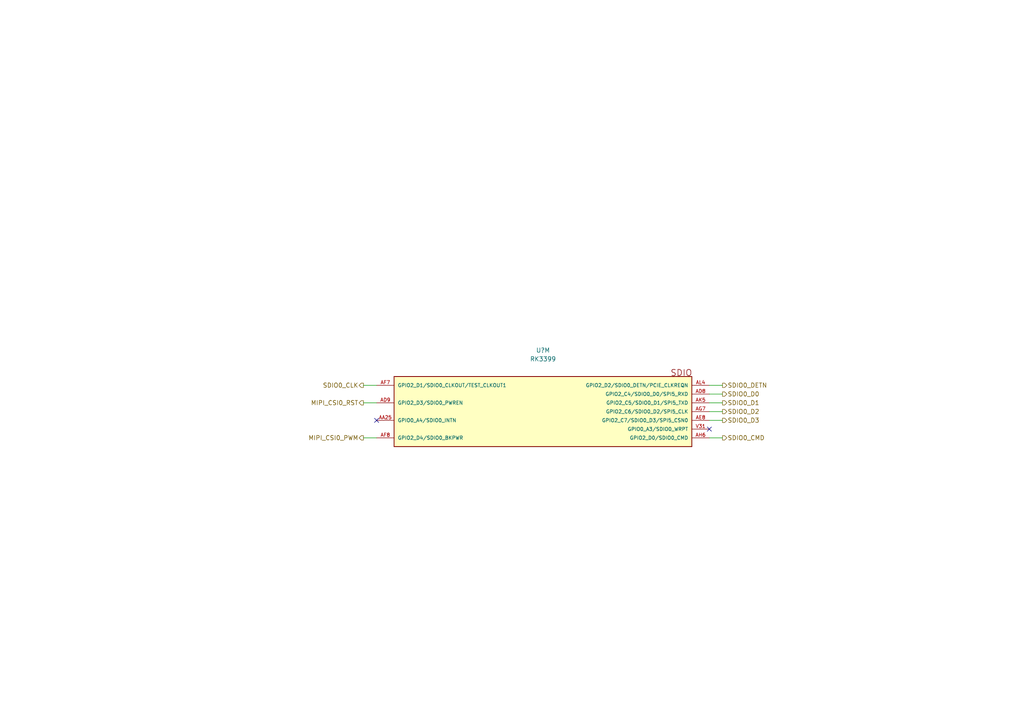
<source format=kicad_sch>
(kicad_sch (version 20231120) (generator "eeschema") (generator_version "8.0")
  (paper "A4")
  (lib_symbols
    (symbol "RK3399:RK3399" (pin_names (offset 1.016))
      (property "Reference" "U" (at -20.9845 122.432 0))
      (property "Value" "RK3399" (at -21.0083 -119.274 0))
      (symbol "RK3399_1_0"
        (text "Internal Logic Ground and Digital IO Groung" (at -20.4659 119.662 0) (effects (font (size 1.7823 1.7823)) (justify left bottom)))
        (pin power_in line (at -25.4 114.3 0) (length 5.08) (name "VSS_1") (number "A1"))
        (pin power_in line (at -25.4 111.76 0) (length 5.08) (name "VSS_2") (number "A27"))
        (pin power_in line (at -25.4 109.22 0) (length 5.08) (name "VSS_3") (number "A31"))
        (pin power_in line (at 25.4 -109.22 180) (length 5.08) (name "VSS_179") (number "AA10"))
        (pin power_in line (at 25.4 -104.14 180) (length 5.08) (name "VSS_177") (number "AA13"))
        (pin power_in line (at -25.4 106.68 0) (length 5.08) (name "VSS_4") (number "AA3"))
        (pin power_in line (at -25.4 104.14 0) (length 5.08) (name "VSS_5") (number "AA5"))
        (pin power_in line (at -25.4 101.6 0) (length 5.08) (name "VSS_6") (number "AA9"))
        (pin power_in line (at 25.4 -10.16 180) (length 5.08) (name "VSS_140") (number "AB19"))
        (pin power_in line (at -25.4 93.98 0) (length 5.08) (name "VSS_9") (number "AB9"))
        (pin power_in line (at 25.4 -22.86 180) (length 5.08) (name "VSS_145") (number "AC18"))
        (pin power_in line (at -25.4 83.82 0) (length 5.08) (name "VSS_13") (number "AC20"))
        (pin power_in line (at 25.4 10.16 180) (length 5.08) (name "VSS_132") (number "AC21"))
        (pin power_in line (at -25.4 86.36 0) (length 5.08) (name "VSS_12") (number "AC22"))
        (pin power_in line (at -25.4 76.2 0) (length 5.08) (name "VSS_16") (number "AC3"))
        (pin power_in line (at -25.4 68.58 0) (length 5.08) (name "VSS_19") (number "AD10"))
        (pin power_in line (at 25.4 -68.58 180) (length 5.08) (name "VSS_163") (number "AD21"))
        (pin power_in line (at -25.4 88.9 0) (length 5.08) (name "VSS_11") (number "AD22"))
        (pin power_in line (at -25.4 73.66 0) (length 5.08) (name "VSS_17") (number "AD3"))
        (pin power_in line (at -25.4 71.12 0) (length 5.08) (name "VSS_18") (number "AD5"))
        (pin power_in line (at -25.4 81.28 0) (length 5.08) (name "VSS_14") (number "AE23"))
        (pin power_in line (at -25.4 99.06 0) (length 5.08) (name "VSS_7") (number "AF18"))
        (pin power_in line (at -25.4 91.44 0) (length 5.08) (name "VSS_10") (number "AF20"))
        (pin power_in line (at -25.4 66.04 0) (length 5.08) (name "VSS_20") (number "AF9"))
        (pin power_in line (at -25.4 63.5 0) (length 5.08) (name "VSS_21") (number "AG2"))
        (pin power_in line (at 25.4 -111.76 180) (length 5.08) (name "VSS_180") (number "AJ20"))
        (pin power_in line (at 25.4 -91.44 180) (length 5.08) (name "VSS_172") (number "AJ21"))
        (pin power_in line (at 25.4 -93.98 180) (length 5.08) (name "VSS_173") (number "AJ23"))
        (pin power_in line (at 25.4 -96.52 180) (length 5.08) (name "VSS_174") (number "AJ24"))
        (pin power_in line (at 25.4 -99.06 180) (length 5.08) (name "VSS_175") (number "AJ26"))
        (pin power_in line (at 25.4 -101.6 180) (length 5.08) (name "VSS_176") (number "AJ27"))
        (pin power_in line (at 25.4 -88.9 180) (length 5.08) (name "VSS_171") (number "AJ28"))
        (pin power_in line (at -25.4 60.96 0) (length 5.08) (name "VSS_22") (number "AJ5"))
        (pin power_in line (at -25.4 58.42 0) (length 5.08) (name "VSS_23") (number "AL1"))
        (pin power_in line (at 25.4 -106.68 180) (length 5.08) (name "VSS_178") (number "AL31"))
        (pin power_in line (at -25.4 55.88 0) (length 5.08) (name "VSS_24") (number "B5"))
        (pin power_in line (at -25.4 48.26 0) (length 5.08) (name "VSS_27") (number "C11"))
        (pin power_in line (at -25.4 45.72 0) (length 5.08) (name "VSS_28") (number "C12"))
        (pin power_in line (at -25.4 43.18 0) (length 5.08) (name "VSS_29") (number "C14"))
        (pin power_in line (at -25.4 40.64 0) (length 5.08) (name "VSS_30") (number "C15"))
        (pin power_in line (at -25.4 38.1 0) (length 5.08) (name "VSS_31") (number "C17"))
        (pin power_in line (at -25.4 35.56 0) (length 5.08) (name "VSS_32") (number "C18"))
        (pin power_in line (at -25.4 33.02 0) (length 5.08) (name "VSS_33") (number "C20"))
        (pin power_in line (at -25.4 30.48 0) (length 5.08) (name "VSS_34") (number "C21"))
        (pin power_in line (at -25.4 27.94 0) (length 5.08) (name "VSS_35") (number "C23"))
        (pin power_in line (at -25.4 25.4 0) (length 5.08) (name "VSS_36") (number "C24"))
        (pin power_in line (at -25.4 22.86 0) (length 5.08) (name "VSS_37") (number "C26"))
        (pin power_in line (at -25.4 53.34 0) (length 5.08) (name "VSS_25") (number "C8"))
        (pin power_in line (at -25.4 50.8 0) (length 5.08) (name "VSS_26") (number "C9"))
        (pin power_in line (at -25.4 20.32 0) (length 5.08) (name "VSS_38") (number "D5"))
        (pin power_in line (at -25.4 10.16 0) (length 5.08) (name "VSS_42") (number "E12"))
        (pin power_in line (at -25.4 7.62 0) (length 5.08) (name "VSS_43") (number "E15"))
        (pin power_in line (at -25.4 5.08 0) (length 5.08) (name "VSS_44") (number "E18"))
        (pin power_in line (at -25.4 17.78 0) (length 5.08) (name "VSS_39") (number "E2"))
        (pin power_in line (at -25.4 2.54 0) (length 5.08) (name "VSS_45") (number "E21"))
        (pin power_in line (at -25.4 0 0) (length 5.08) (name "VSS_46") (number "E24"))
        (pin power_in line (at -25.4 -2.54 0) (length 5.08) (name "VSS_47") (number "E31"))
        (pin power_in line (at -25.4 15.24 0) (length 5.08) (name "VSS_40") (number "E4"))
        (pin power_in line (at -25.4 12.7 0) (length 5.08) (name "VSS_41") (number "E7"))
        (pin power_in line (at -25.4 -7.62 0) (length 5.08) (name "VSS_49") (number "F15"))
        (pin power_in line (at -25.4 -10.16 0) (length 5.08) (name "VSS_50") (number "F18"))
        (pin power_in line (at -25.4 -12.7 0) (length 5.08) (name "VSS_51") (number "F20"))
        (pin power_in line (at -25.4 -15.24 0) (length 5.08) (name "VSS_52") (number "F21"))
        (pin power_in line (at -25.4 -5.08 0) (length 5.08) (name "VSS_48") (number "F8"))
        (pin power_in line (at -25.4 -22.86 0) (length 5.08) (name "VSS_55") (number "G18"))
        (pin power_in line (at -25.4 -25.4 0) (length 5.08) (name "VSS_56") (number "G27"))
        (pin power_in line (at -25.4 -17.78 0) (length 5.08) (name "VSS_53") (number "G5"))
        (pin power_in line (at -25.4 -20.32 0) (length 5.08) (name "VSS_54") (number "G9"))
        (pin power_in line (at -25.4 -33.02 0) (length 5.08) (name "VSS_59") (number "H10"))
        (pin power_in line (at -25.4 -35.56 0) (length 5.08) (name "VSS_60") (number "H11"))
        (pin power_in line (at -25.4 -38.1 0) (length 5.08) (name "VSS_61") (number "H12"))
        (pin power_in line (at -25.4 -40.64 0) (length 5.08) (name "VSS_62") (number "H13"))
        (pin power_in line (at -25.4 -43.18 0) (length 5.08) (name "VSS_63") (number "H15"))
        (pin power_in line (at -25.4 -45.72 0) (length 5.08) (name "VSS_64") (number "H16"))
        (pin power_in line (at -25.4 -48.26 0) (length 5.08) (name "VSS_65") (number "H17"))
        (pin power_in line (at -25.4 -50.8 0) (length 5.08) (name "VSS_66") (number "H18"))
        (pin power_in line (at -25.4 -53.34 0) (length 5.08) (name "VSS_67") (number "H26"))
        (pin power_in line (at -25.4 -27.94 0) (length 5.08) (name "VSS_57") (number "H3"))
        (pin power_in line (at -25.4 -30.48 0) (length 5.08) (name "VSS_58") (number "H9"))
        (pin power_in line (at -25.4 -68.58 0) (length 5.08) (name "VSS_73") (number "J10"))
        (pin power_in line (at -25.4 -55.88 0) (length 5.08) (name "VSS_68") (number "J3"))
        (pin power_in line (at -25.4 -58.42 0) (length 5.08) (name "VSS_69") (number "J6"))
        (pin power_in line (at -25.4 -60.96 0) (length 5.08) (name "VSS_70") (number "J7"))
        (pin power_in line (at -25.4 -63.5 0) (length 5.08) (name "VSS_71") (number "J8"))
        (pin power_in line (at -25.4 -66.04 0) (length 5.08) (name "VSS_72") (number "J9"))
        (pin power_in line (at -25.4 -76.2 0) (length 5.08) (name "VSS_76") (number "K10"))
        (pin power_in line (at -25.4 -78.74 0) (length 5.08) (name "VSS_77") (number "K12"))
        (pin power_in line (at -25.4 -81.28 0) (length 5.08) (name "VSS_78") (number "K14"))
        (pin power_in line (at -25.4 -83.82 0) (length 5.08) (name "VSS_79") (number "K16"))
        (pin power_in line (at -25.4 -86.36 0) (length 5.08) (name "VSS_80") (number "K18"))
        (pin power_in line (at -25.4 -91.44 0) (length 5.08) (name "VSS_82") (number "K20"))
        (pin power_in line (at -25.4 -96.52 0) (length 5.08) (name "VSS_84") (number "K22"))
        (pin power_in line (at -25.4 -71.12 0) (length 5.08) (name "VSS_74") (number "K8"))
        (pin power_in line (at -25.4 -73.66 0) (length 5.08) (name "VSS_75") (number "K9"))
        (pin power_in line (at -25.4 -106.68 0) (length 5.08) (name "VSS_88") (number "L11"))
        (pin power_in line (at -25.4 -109.22 0) (length 5.08) (name "VSS_89") (number "L12"))
        (pin power_in line (at -25.4 -111.76 0) (length 5.08) (name "VSS_90") (number "L13"))
        (pin power_in line (at 25.4 114.3 180) (length 5.08) (name "VSS_91") (number "L14"))
        (pin power_in line (at 25.4 111.76 180) (length 5.08) (name "VSS_92") (number "L15"))
        (pin power_in line (at 25.4 109.22 180) (length 5.08) (name "VSS_93") (number "L16"))
        (pin power_in line (at 25.4 101.6 180) (length 5.08) (name "VSS_96") (number "L20"))
        (pin power_in line (at 25.4 99.06 180) (length 5.08) (name "VSS_97") (number "L22"))
        (pin power_in line (at 25.4 93.98 180) (length 5.08) (name "VSS_99") (number "L27"))
        (pin power_in line (at -25.4 -99.06 0) (length 5.08) (name "VSS_85") (number "L3"))
        (pin power_in line (at -25.4 -101.6 0) (length 5.08) (name "VSS_86") (number "L6"))
        (pin power_in line (at -25.4 -104.14 0) (length 5.08) (name "VSS_87") (number "L8"))
        (pin power_in line (at 25.4 86.36 180) (length 5.08) (name "VSS_102") (number "M10"))
        (pin power_in line (at 25.4 83.82 180) (length 5.08) (name "VSS_103") (number "M16"))
        (pin power_in line (at 25.4 81.28 180) (length 5.08) (name "VSS_104") (number "M23"))
        (pin power_in line (at 25.4 91.44 180) (length 5.08) (name "VSS_100") (number "M3"))
        (pin power_in line (at 25.4 88.9 180) (length 5.08) (name "VSS_101") (number "M8"))
        (pin power_in line (at 25.4 71.12 180) (length 5.08) (name "VSS_108") (number "N13"))
        (pin power_in line (at 25.4 68.58 180) (length 5.08) (name "VSS_109") (number "N14"))
        (pin power_in line (at 25.4 66.04 180) (length 5.08) (name "VSS_110") (number "N15"))
        (pin power_in line (at 25.4 63.5 180) (length 5.08) (name "VSS_111") (number "N16"))
        (pin power_in line (at 25.4 106.68 180) (length 5.08) (name "VSS_94") (number "N17"))
        (pin power_in line (at -25.4 -93.98 0) (length 5.08) (name "VSS_83") (number "N19"))
        (pin power_in line (at 25.4 96.52 180) (length 5.08) (name "VSS_98") (number "N21"))
        (pin power_in line (at 25.4 78.74 180) (length 5.08) (name "VSS_105") (number "N8"))
        (pin power_in line (at 25.4 50.8 180) (length 5.08) (name "VSS_116") (number "P10"))
        (pin power_in line (at 25.4 76.2 180) (length 5.08) (name "VSS_106") (number "P11"))
        (pin power_in line (at 25.4 73.66 180) (length 5.08) (name "VSS_107") (number "P12"))
        (pin power_in line (at 25.4 48.26 180) (length 5.08) (name "VSS_117") (number "P16"))
        (pin power_in line (at 25.4 43.18 180) (length 5.08) (name "VSS_119") (number "P19"))
        (pin power_in line (at 25.4 38.1 180) (length 5.08) (name "VSS_121") (number "P21"))
        (pin power_in line (at 25.4 60.96 180) (length 5.08) (name "VSS_112") (number "P3"))
        (pin power_in line (at 25.4 58.42 180) (length 5.08) (name "VSS_113") (number "P6"))
        (pin power_in line (at 25.4 55.88 180) (length 5.08) (name "VSS_114") (number "P7"))
        (pin power_in line (at 25.4 53.34 180) (length 5.08) (name "VSS_115") (number "P8"))
        (pin power_in line (at 25.4 17.78 180) (length 5.08) (name "VSS_129") (number "R14"))
        (pin power_in line (at 25.4 15.24 180) (length 5.08) (name "VSS_130") (number "R15"))
        (pin power_in line (at 25.4 12.7 180) (length 5.08) (name "VSS_131") (number "R16"))
        (pin power_in line (at 25.4 -73.66 180) (length 5.08) (name "VSS_165") (number "R18"))
        (pin power_in line (at 25.4 40.64 180) (length 5.08) (name "VSS_120") (number "R21"))
        (pin power_in line (at 25.4 7.62 180) (length 5.08) (name "VSS_133") (number "R23"))
        (pin power_in line (at 25.4 33.02 180) (length 5.08) (name "VSS_123") (number "R3"))
        (pin power_in line (at 25.4 30.48 180) (length 5.08) (name "VSS_124") (number "R5"))
        (pin power_in line (at 25.4 27.94 180) (length 5.08) (name "VSS_125") (number "R6"))
        (pin power_in line (at 25.4 2.54 180) (length 5.08) (name "VSS_135") (number "T10"))
        (pin power_in line (at 25.4 -5.08 180) (length 5.08) (name "VSS_138") (number "T16"))
        (pin power_in line (at 25.4 -81.28 180) (length 5.08) (name "VSS_168") (number "T18"))
        (pin power_in line (at 25.4 35.56 180) (length 5.08) (name "VSS_122") (number "T19"))
        (pin power_in line (at 25.4 -7.62 180) (length 5.08) (name "VSS_139") (number "T21"))
        (pin power_in line (at 25.4 5.08 180) (length 5.08) (name "VSS_134") (number "T8"))
        (pin power_in line (at 25.4 25.4 180) (length 5.08) (name "VSS_126") (number "U11"))
        (pin power_in line (at 25.4 22.86 180) (length 5.08) (name "VSS_127") (number "U12"))
        (pin power_in line (at 25.4 -2.54 180) (length 5.08) (name "VSS_137") (number "U14"))
        (pin power_in line (at 25.4 -17.78 180) (length 5.08) (name "VSS_143") (number "U15"))
        (pin power_in line (at 25.4 -20.32 180) (length 5.08) (name "VSS_144") (number "U16"))
        (pin power_in line (at 25.4 -25.4 180) (length 5.08) (name "VSS_146") (number "U19"))
        (pin power_in line (at 25.4 -27.94 180) (length 5.08) (name "VSS_147") (number "U21"))
        (pin power_in line (at 25.4 -33.02 180) (length 5.08) (name "VSS_149") (number "U22"))
        (pin power_in line (at 25.4 -35.56 180) (length 5.08) (name "VSS_150") (number "U29"))
        (pin power_in line (at 25.4 -12.7 180) (length 5.08) (name "VSS_141") (number "U3"))
        (pin power_in line (at 25.4 -15.24 180) (length 5.08) (name "VSS_142") (number "U8"))
        (pin power_in line (at 25.4 -45.72 180) (length 5.08) (name "VSS_154") (number "V10"))
        (pin power_in line (at 25.4 -30.48 180) (length 5.08) (name "VSS_148") (number "V17"))
        (pin power_in line (at 25.4 -38.1 180) (length 5.08) (name "VSS_151") (number "V3"))
        (pin power_in line (at 25.4 -40.64 180) (length 5.08) (name "VSS_152") (number "V5"))
        (pin power_in line (at 25.4 -43.18 180) (length 5.08) (name "VSS_153") (number "V8"))
        (pin power_in line (at 25.4 20.32 180) (length 5.08) (name "VSS_128") (number "W13"))
        (pin power_in line (at 25.4 -58.42 180) (length 5.08) (name "VSS_159") (number "W17"))
        (pin power_in line (at 25.4 -83.82 180) (length 5.08) (name "VSS_169") (number "W18"))
        (pin power_in line (at 25.4 -78.74 180) (length 5.08) (name "VSS_167") (number "W19"))
        (pin power_in line (at -25.4 -88.9 0) (length 5.08) (name "VSS_81") (number "W21"))
        (pin power_in line (at 25.4 -55.88 180) (length 5.08) (name "VSS_158") (number "W22"))
        (pin power_in line (at 25.4 -60.96 180) (length 5.08) (name "VSS_160") (number "W30"))
        (pin power_in line (at 25.4 -63.5 180) (length 5.08) (name "VSS_161") (number "W8"))
        (pin power_in line (at 25.4 -66.04 180) (length 5.08) (name "VSS_162") (number "W9"))
        (pin power_in line (at -25.4 78.74 0) (length 5.08) (name "VSS_15") (number "Y10"))
        (pin power_in line (at 25.4 -48.26 180) (length 5.08) (name "VSS_155") (number "Y11"))
        (pin power_in line (at 25.4 0 180) (length 5.08) (name "VSS_136") (number "Y12"))
        (pin power_in line (at 25.4 -71.12 180) (length 5.08) (name "VSS_164") (number "Y13"))
        (pin power_in line (at 25.4 -50.8 180) (length 5.08) (name "VSS_156") (number "Y14"))
        (pin power_in line (at 25.4 -53.34 180) (length 5.08) (name "VSS_157") (number "Y15"))
        (pin power_in line (at 25.4 45.72 180) (length 5.08) (name "VSS_118") (number "Y16"))
        (pin power_in line (at 25.4 104.14 180) (length 5.08) (name "VSS_95") (number "Y17"))
        (pin power_in line (at 25.4 -86.36 180) (length 5.08) (name "VSS_170") (number "Y20"))
        (pin power_in line (at -25.4 96.52 0) (length 5.08) (name "VSS_8") (number "Y3"))
        (pin power_in line (at 25.4 -76.2 180) (length 5.08) (name "VSS_166") (number "Y9"))
      )
      (symbol "RK3399_2_0"
        (text "Analog Groung" (at -15.3236 48.4013 0) (effects (font (size 1.784 1.784)) (justify left bottom)))
        (pin power_in line (at -20.32 12.7 0) (length 5.08) (name "AVSS_13") (number "AA11"))
        (pin power_in line (at -20.32 2.54 0) (length 5.08) (name "AVSS_17") (number "AA12"))
        (pin power_in line (at -20.32 -20.32 0) (length 5.08) (name "AVSS_26") (number "AA14"))
        (pin power_in line (at 17.78 0 180) (length 5.08) (name "AVSS_53") (number "AA15"))
        (pin power_in line (at -20.32 35.56 0) (length 5.08) (name "AVSS_4") (number "AA23"))
        (pin power_in line (at -20.32 30.48 0) (length 5.08) (name "AVSS_6") (number "AA26"))
        (pin power_in line (at -20.32 27.94 0) (length 5.08) (name "AVSS_7") (number "AA29"))
        (pin power_in line (at -20.32 15.24 0) (length 5.08) (name "AVSS_12") (number "AB10"))
        (pin power_in line (at -20.32 25.4 0) (length 5.08) (name "AVSS_8") (number "AB11"))
        (pin power_in line (at -20.32 22.86 0) (length 5.08) (name "AVSS_9") (number "AB13"))
        (pin power_in line (at 17.78 27.94 180) (length 5.08) (name "AVSS_42") (number "AB15"))
        (pin power_in line (at 17.78 30.48 180) (length 5.08) (name "AVSS_41") (number "AB16"))
        (pin power_in line (at 17.78 2.54 180) (length 5.08) (name "AVSS_52") (number "AB17"))
        (pin power_in line (at -20.32 33.02 0) (length 5.08) (name "AVSS_5") (number "AB23"))
        (pin power_in line (at 17.78 22.86 180) (length 5.08) (name "AVSS_44") (number "AC11"))
        (pin power_in line (at 17.78 20.32 180) (length 5.08) (name "AVSS_45") (number "AC13"))
        (pin power_in line (at -20.32 20.32 0) (length 5.08) (name "AVSS_10") (number "AC15"))
        (pin power_in line (at -20.32 0 0) (length 5.08) (name "AVSS_18") (number "AC16"))
        (pin power_in line (at 17.78 25.4 180) (length 5.08) (name "AVSS_43") (number "AC17"))
        (pin power_in line (at -20.32 -2.54 0) (length 5.08) (name "AVSS_19") (number "AC23"))
        (pin power_in line (at 17.78 5.08 180) (length 5.08) (name "AVSS_51") (number "AC25"))
        (pin power_in line (at -20.32 10.16 0) (length 5.08) (name "AVSS_14") (number "AC26"))
        (pin power_in line (at -20.32 7.62 0) (length 5.08) (name "AVSS_15") (number "AC29"))
        (pin power_in line (at -20.32 17.78 0) (length 5.08) (name "AVSS_11") (number "AD13"))
        (pin power_in line (at -20.32 5.08 0) (length 5.08) (name "AVSS_16") (number "AD17"))
        (pin power_in line (at 17.78 33.02 180) (length 5.08) (name "AVSS_40") (number "AD26"))
        (pin power_in line (at -20.32 -5.08 0) (length 5.08) (name "AVSS_20") (number "AD29"))
        (pin power_in line (at -20.32 -7.62 0) (length 5.08) (name "AVSS_21") (number "AE11"))
        (pin power_in line (at -20.32 -10.16 0) (length 5.08) (name "AVSS_22") (number "AE12"))
        (pin power_in line (at -20.32 -12.7 0) (length 5.08) (name "AVSS_23") (number "AE14"))
        (pin power_in line (at -20.32 -15.24 0) (length 5.08) (name "AVSS_24") (number "AE17"))
        (pin power_in line (at -20.32 -17.78 0) (length 5.08) (name "AVSS_25") (number "AE27"))
        (pin power_in line (at -20.32 -22.86 0) (length 5.08) (name "AVSS_27") (number "AF17"))
        (pin power_in line (at -20.32 40.64 0) (length 5.08) (name "AVSS_2") (number "AF23"))
        (pin power_in line (at -20.32 38.1 0) (length 5.08) (name "AVSS_3") (number "AF24"))
        (pin power_in line (at -20.32 -25.4 0) (length 5.08) (name "AVSS_28") (number "AF29"))
        (pin power_in line (at -20.32 -27.94 0) (length 5.08) (name "AVSS_29") (number "AG29"))
        (pin power_in line (at -20.32 -30.48 0) (length 5.08) (name "AVSS_30") (number "AH29"))
        (pin power_in line (at -20.32 -40.64 0) (length 5.08) (name "AVSS_34") (number "AJ11"))
        (pin power_in line (at -20.32 -43.18 0) (length 5.08) (name "AVSS_35") (number "AJ12"))
        (pin power_in line (at 17.78 43.18 180) (length 5.08) (name "AVSS_36") (number "AJ14"))
        (pin power_in line (at 17.78 40.64 180) (length 5.08) (name "AVSS_37") (number "AJ15"))
        (pin power_in line (at 17.78 38.1 180) (length 5.08) (name "AVSS_38") (number "AJ17"))
        (pin power_in line (at 17.78 35.56 180) (length 5.08) (name "AVSS_39") (number "AJ18"))
        (pin power_in line (at 17.78 15.24 180) (length 5.08) (name "AVSS_47") (number "AJ29"))
        (pin power_in line (at -20.32 -33.02 0) (length 5.08) (name "AVSS_31") (number "AJ6"))
        (pin power_in line (at -20.32 -35.56 0) (length 5.08) (name "AVSS_32") (number "AJ8"))
        (pin power_in line (at -20.32 -38.1 0) (length 5.08) (name "AVSS_33") (number "AJ9"))
        (pin power_in line (at 17.78 -7.62 180) (length 5.08) (name "EDP_AVSS_1") (number "B31"))
        (pin power_in line (at 17.78 -10.16 180) (length 5.08) (name "EDP_AVSS_2") (number "C28"))
        (pin power_in line (at 17.78 -12.7 180) (length 5.08) (name "EDP_AVSS_3") (number "C29"))
        (pin power_in line (at 17.78 -15.24 180) (length 5.08) (name "EDP_AVSS_4") (number "D29"))
        (pin power_in line (at 17.78 -17.78 180) (length 5.08) (name "EDP_AVSS_5") (number "H19"))
        (pin power_in line (at 17.78 -20.32 180) (length 5.08) (name "EDP_AVSS_6") (number "J21"))
        (pin power_in line (at 17.78 -30.48 180) (length 5.08) (name "PLL_AVSS") (number "P17"))
        (pin power_in line (at 17.78 10.16 180) (length 5.08) (name "AVSS_49") (number "U23"))
        (pin power_in line (at 17.78 7.62 180) (length 5.08) (name "AVSS_50") (number "V23"))
        (pin power_in line (at 17.78 17.78 180) (length 5.08) (name "AVSS_46") (number "W23"))
        (pin power_in line (at -20.32 43.18 0) (length 5.08) (name "AVSS_1") (number "Y23"))
        (pin power_in line (at 17.78 12.7 180) (length 5.08) (name "AVSS_48") (number "Y29"))
      )
      (symbol "RK3399_3_0"
        (text "Internal Center Logic Power" (at -28.0022 15.2819 0) (effects (font (size 1.7808 1.7808)) (justify left bottom)))
        (pin power_in line (at -33.02 10.16 0) (length 5.08) (name "CENTERLOGIC_VDD_1") (number "M11"))
        (pin power_in line (at -33.02 5.08 0) (length 5.08) (name "CENTERLOGIC_VDD_2") (number "M12"))
        (pin power_in line (at -33.02 0 0) (length 5.08) (name "CENTERLOGIC_VDD_3") (number "M13"))
        (pin power_in line (at -33.02 -5.08 0) (length 5.08) (name "CENTERLOGIC_VDD_4") (number "M14"))
        (pin power_in line (at -33.02 -10.16 0) (length 5.08) (name "CENTERLOGIC_VDD_5") (number "M15"))
        (pin power_in line (at 33.02 10.16 180) (length 5.08) (name "CENTERLOGIC_VDD_6") (number "N11"))
        (pin power_in line (at 33.02 5.08 180) (length 5.08) (name "CENTERLOGIC_VDD_7") (number "N12"))
        (pin power_in line (at 33.02 0 180) (length 5.08) (name "CENTERLOGIC_VDD_8") (number "P13"))
        (pin power_in line (at 33.02 -5.08 180) (length 5.08) (name "CENTERLOGIC_VDD_9") (number "P14"))
        (pin power_in line (at 33.02 -10.16 180) (length 5.08) (name "CENTERLOGIC_VDD_10") (number "P15"))
      )
      (symbol "RK3399_4_0"
        (text "Internal GPU Power" (at -17.8724 28.0417 0) (effects (font (size 1.7843 1.7843)) (justify left bottom)))
        (pin power_in line (at -22.86 -10.16 0) (length 5.08) (name "GPU_VDD_8") (number "R11"))
        (pin power_in line (at -22.86 -15.24 0) (length 5.08) (name "GPU_VDD_9") (number "R12"))
        (pin power_in line (at 22.86 15.24 180) (length 5.08) (name "GPU_VDD_13") (number "R13"))
        (pin power_in line (at -22.86 -20.32 0) (length 5.08) (name "GPU_VDD_10") (number "T11"))
        (pin power_in line (at 22.86 25.4 180) (length 5.08) (name "GPU_VDD_11") (number "T12"))
        (pin power_in line (at 22.86 20.32 180) (length 5.08) (name "GPU_VDD_12") (number "T13"))
        (pin power_in line (at 22.86 10.16 180) (length 5.08) (name "GPU_VDD_14") (number "T14"))
        (pin power_in line (at -22.86 -25.4 0) (length 5.08) (name "GPU_VDD_COM") (number "T15"))
        (pin power_in line (at -22.86 -5.08 0) (length 5.08) (name "GPU_VDD_7") (number "U13"))
        (pin power_in line (at 22.86 5.08 180) (length 5.08) (name "GPU_VDD_15") (number "V11"))
        (pin power_in line (at 22.86 0 180) (length 5.08) (name "GPU_VDD_16") (number "V12"))
        (pin power_in line (at -22.86 0 0) (length 5.08) (name "GPU_VDD_6") (number "V13"))
        (pin power_in line (at -22.86 5.08 0) (length 5.08) (name "GPU_VDD_5") (number "V14"))
        (pin power_in line (at -22.86 10.16 0) (length 5.08) (name "GPU_VDD_4") (number "V15"))
        (pin power_in line (at 22.86 -5.08 180) (length 5.08) (name "GPU_VDD_17") (number "V16"))
        (pin power_in line (at 22.86 -20.32 180) (length 5.08) (name "GPU_VDD_20") (number "W10"))
        (pin power_in line (at -22.86 25.4 0) (length 5.08) (name "GPU_VDD_1") (number "W11"))
        (pin power_in line (at -22.86 20.32 0) (length 5.08) (name "GPU_VDD_2") (number "W12"))
        (pin power_in line (at -22.86 15.24 0) (length 5.08) (name "GPU_VDD_3") (number "W14"))
        (pin power_in line (at 22.86 -15.24 180) (length 5.08) (name "GPU_VDD_19") (number "W15"))
        (pin power_in line (at 22.86 -10.16 180) (length 5.08) (name "GPU_VDD_18") (number "W16"))
      )
      (symbol "RK3399_5_0"
        (text "Internal BIG CPU A72 Power" (at -20.4112 17.8514 0) (effects (font (size 1.7837 1.7837)) (justify left bottom)))
        (pin power_in line (at 25.4 -5.08 180) (length 5.08) (name "BIGCPU_VDD_12") (number "K19"))
        (pin power_in line (at 25.4 -10.16 180) (length 5.08) (name "BIGCPU_VDD_13") (number "K21"))
        (pin power_in line (at 25.4 15.24 180) (length 5.08) (name "BIGCPU_VDD_8") (number "L18"))
        (pin power_in line (at -25.4 15.24 0) (length 5.08) (name "BIGCPU_VDD_1") (number "L19"))
        (pin power_in line (at -25.4 10.16 0) (length 5.08) (name "BIGCPU_VDD_2") (number "L21"))
        (pin power_in line (at 25.4 0 180) (length 5.08) (name "BIGCPU_VDD_11") (number "L23"))
        (pin power_in line (at -25.4 5.08 0) (length 5.08) (name "BIGCPU_VDD_3") (number "M18"))
        (pin power_in line (at -25.4 0 0) (length 5.08) (name "BIGCPU_VDD_4") (number "M19"))
        (pin power_in line (at -25.4 -5.08 0) (length 5.08) (name "BIGCPU_VDD_5") (number "M20"))
        (pin power_in line (at -25.4 -10.16 0) (length 5.08) (name "BIGCPU_VDD_6") (number "M21"))
        (pin power_in line (at -25.4 -15.24 0) (length 5.08) (name "BIGCPU_VDD_7") (number "M22"))
        (pin power_in line (at 25.4 -17.78 180) (length 5.08) (name "BIGCPU_VDD_COM") (number "N18"))
        (pin power_in line (at 25.4 5.08 180) (length 5.08) (name "BIGCPU_VDD_10") (number "N20"))
        (pin power_in line (at 25.4 10.16 180) (length 5.08) (name "BIGCPU_VDD_9") (number "N22"))
      )
      (symbol "RK3399_6_0"
        (text "Internal Logic Power" (at -20.413 10.2168 0) (effects (font (size 1.7838 1.7838)) (justify left bottom)))
        (pin power_in line (at 25.4 2.54 180) (length 5.08) (name "LOGIC_VDD_10") (number "L17"))
        (pin power_in line (at 25.4 5.08 180) (length 5.08) (name "LOGIC_VDD_9") (number "M17"))
        (pin power_in line (at 25.4 0 180) (length 5.08) (name "LOGIC_VDD_11") (number "T17"))
        (pin power_in line (at 25.4 7.62 180) (length 5.08) (name "LOGIC_VDD_8") (number "U17"))
        (pin power_in line (at -25.4 -7.62 0) (length 5.08) (name "LOGIC_VDD_7") (number "U18"))
        (pin power_in line (at 25.4 -2.54 180) (length 5.08) (name "LOGIC_VDD_12") (number "U20"))
        (pin power_in line (at -25.4 -2.54 0) (length 5.08) (name "LOGIC_VDD_5") (number "V18"))
        (pin power_in line (at -25.4 0 0) (length 5.08) (name "LOGIC_VDD_4") (number "V19"))
        (pin power_in line (at -25.4 2.54 0) (length 5.08) (name "LOGIC_VDD_3") (number "V20"))
        (pin power_in line (at -25.4 5.08 0) (length 5.08) (name "LOGIC_VDD_2") (number "V21"))
        (pin power_in line (at -25.4 7.62 0) (length 5.08) (name "LOGIC_VDD_1") (number "V22"))
        (pin power_in line (at -25.4 -5.08 0) (length 5.08) (name "LOGIC_VDD_6") (number "W20"))
      )
      (symbol "RK3399_7_0"
        (text "Internal LITTLE CPU A53 Power" (at -20.4095 10.2151 0) (effects (font (size 1.7835 1.7835)) (justify left bottom)))
        (pin power_in line (at -25.4 7.62 0) (length 5.08) (name "LITCPU_VDD_1") (number "P20"))
        (pin power_in line (at -25.4 -7.62 0) (length 5.08) (name "LITCPU_VDD_4") (number "P22"))
        (pin power_in line (at -25.4 2.54 0) (length 5.08) (name "LITCPU_VDD_2") (number "R19"))
        (pin power_in line (at -25.4 -2.54 0) (length 5.08) (name "LITCPU_VDD_3") (number "R20"))
        (pin power_in line (at 25.4 -2.54 180) (length 5.08) (name "LITCPU_VDD_7") (number "R22"))
        (pin power_in line (at 25.4 2.54 180) (length 5.08) (name "LITCPU_VDD_6") (number "T20"))
        (pin power_in line (at 25.4 7.62 180) (length 5.08) (name "LITCPU_VDD_5") (number "T22"))
      )
      (symbol "RK3399_8_0"
        (text "PCIe differential data I/O signals" (at -20.4082 22.9382 0) (effects (font (size 1.7834 1.7834)) (justify left bottom)))
        (pin output line (at 25.4 -2.54 180) (length 5.08) (name "PCIE_TX2_P") (number "AA27"))
        (pin output line (at 25.4 -5.08 180) (length 5.08) (name "PCIE_TX2_N") (number "AA28"))
        (pin input line (at -25.4 5.08 0) (length 5.08) (name "PCIE_RX2_P") (number "AC27"))
        (pin input line (at -25.4 2.54 0) (length 5.08) (name "PCIE_RX2_N") (number "AC28"))
        (pin output line (at 25.4 -10.16 180) (length 5.08) (name "PCIE_TX3_P") (number "AD27"))
        (pin output line (at 25.4 -12.7 180) (length 5.08) (name "PCIE_TX3_N") (number "AD28"))
        (pin output line (at 25.4 -17.78 180) (length 5.08) (name "PCIE_RCLK_100M_N") (number "AD30"))
        (pin output line (at 25.4 -20.32 180) (length 5.08) (name "PCIE_RCLK_100M_P") (number "AD31"))
        (pin output line (at 25.4 12.7 180) (length 5.08) (name "PCIE_TX0_P") (number "AE30"))
        (pin output line (at 25.4 10.16 180) (length 5.08) (name "PCIE_TX0_N") (number "AE31"))
        (pin input clock (at -25.4 -10.16 0) (length 5.08) (name "GPIO4_D0/PCIE_CLKREQNB") (number "AE6"))
        (pin input line (at -25.4 -2.54 0) (length 5.08) (name "PCIE_RX3_P") (number "AF27"))
        (pin input line (at -25.4 -5.08 0) (length 5.08) (name "PCIE_RX3_N") (number "AF28"))
        (pin input line (at -25.4 20.32 0) (length 5.08) (name "PCIE_RX0_P") (number "AF30"))
        (pin input line (at -25.4 17.78 0) (length 5.08) (name "PCIE_RX0_N") (number "AF31"))
        (pin output line (at 25.4 5.08 180) (length 5.08) (name "PCIE_TX1_P") (number "AG30"))
        (pin output line (at 25.4 2.54 180) (length 5.08) (name "PCIE_TX1_N") (number "AG31"))
        (pin input line (at -25.4 12.7 0) (length 5.08) (name "PCIE_RX1_P") (number "AH30"))
        (pin input line (at -25.4 10.16 0) (length 5.08) (name "PCIE_RX1_N") (number "AH31"))
        (pin power_in line (at 25.4 20.32 180) (length 5.08) (name "PCIE_AVDD_0V9") (number "W24"))
        (pin power_in line (at 25.4 17.78 180) (length 5.08) (name "PCIE_AVDD_1V8") (number "Y24"))
      )
      (symbol "RK3399_9_0"
        (text "DDRC0" (at -20.4006 73.8062 0) (effects (font (size 1.7827 1.7827)) (justify left bottom)))
        (pin bidirectional line (at -25.4 63.5 0) (length 5.08) (name "DDR0_DQ3") (number "AA1"))
        (pin bidirectional line (at -25.4 66.04 0) (length 5.08) (name "DDR0_DQ2") (number "AA2"))
        (pin bidirectional line (at -25.4 -17.78 0) (length 5.08) (name "DDR0_DQS0N") (number "AA4"))
        (pin bidirectional line (at -25.4 68.58 0) (length 5.08) (name "DDR0_DQ1") (number "AB1"))
        (pin bidirectional line (at -25.4 71.12 0) (length 5.08) (name "DDR0_DQ0") (number "AB2"))
        (pin bidirectional line (at -25.4 35.56 0) (length 5.08) (name "DDR0_DQ14") (number "AC1"))
        (pin bidirectional line (at -25.4 33.02 0) (length 5.08) (name "DDR0_DQ15") (number "AC2"))
        (pin bidirectional line (at -25.4 -20.32 0) (length 5.08) (name "DDR0_DQS1P") (number "AC4"))
        (pin output line (at 25.4 43.18 180) (length 5.08) (name "DDR0_DM1") (number "AC5"))
        (pin bidirectional line (at -25.4 38.1 0) (length 5.08) (name "DDR0_DQ13") (number "AD1"))
        (pin bidirectional line (at -25.4 43.18 0) (length 5.08) (name "DDR0_DQ11") (number "AD2"))
        (pin bidirectional line (at -25.4 -22.86 0) (length 5.08) (name "DDR0_DQS1N") (number "AD4"))
        (pin bidirectional line (at -25.4 40.64 0) (length 5.08) (name "DDR0_DQ12") (number "AE1"))
        (pin bidirectional line (at -25.4 48.26 0) (length 5.08) (name "DDR0_DQ9") (number "AE2"))
        (pin bidirectional line (at -25.4 45.72 0) (length 5.08) (name "DDR0_DQ10") (number "AF1"))
        (pin bidirectional line (at -25.4 50.8 0) (length 5.08) (name "DDR0_DQ8") (number "AF2"))
        (pin output line (at 25.4 30.48 180) (length 5.08) (name "DDR0_CSN1") (number "B1"))
        (pin output line (at 25.4 -7.62 180) (length 5.08) (name "DDR0_A12") (number "C1"))
        (pin output line (at 25.4 25.4 180) (length 5.08) (name "DDR0_CSN3") (number "C2"))
        (pin output line (at 25.4 -27.94 180) (length 5.08) (name "DDR0_BA0") (number "C3"))
        (pin output line (at 25.4 -2.54 180) (length 5.08) (name "DDR0_A10") (number "D1"))
        (pin output line (at 25.4 -10.16 180) (length 5.08) (name "DDR0_A13") (number "D2"))
        (pin output line (at 25.4 -12.7 180) (length 5.08) (name "DDR0_A14") (number "D3"))
        (pin output line (at 25.4 -60.96 180) (length 5.08) (name "DDR0_CKE0") (number "E1"))
        (pin output line (at 25.4 -5.08 180) (length 5.08) (name "DDR0_A11") (number "E3"))
        (pin output line (at 25.4 20.32 180) (length 5.08) (name "DDR0_A1") (number "F1"))
        (pin output line (at 25.4 22.86 180) (length 5.08) (name "DDR0_A0") (number "F2"))
        (pin output line (at 25.4 53.34 180) (length 5.08) (name "DDR0_RASN") (number "F3"))
        (pin output line (at 25.4 -30.48 180) (length 5.08) (name "DDR0_BA1") (number "F4"))
        (pin output line (at 25.4 -63.5 180) (length 5.08) (name "DDR0_CKE1") (number "F5"))
        (pin output line (at 25.4 17.78 180) (length 5.08) (name "DDR0_A2") (number "G1"))
        (pin output line (at 25.4 15.24 180) (length 5.08) (name "DDR0_A3") (number "G2"))
        (pin output line (at 25.4 -53.34 180) (length 5.08) (name "DDR0_WEN") (number "G6"))
        (pin output line (at 25.4 10.16 180) (length 5.08) (name "DDR0_A5") (number "H1"))
        (pin output line (at 25.4 12.7 180) (length 5.08) (name "DDR0_A4") (number "H2"))
        (pin output line (at 25.4 71.12 180) (length 5.08) (name "DDR0_CLK0P") (number "H4"))
        (pin output line (at 25.4 68.58 180) (length 5.08) (name "DDR0_CLK1P") (number "H5"))
        (pin output line (at 25.4 50.8 180) (length 5.08) (name "DDR0_CASN") (number "H6"))
        (pin output line (at 25.4 -15.24 180) (length 5.08) (name "DDR0_A15") (number "H7"))
        (pin output line (at 25.4 7.62 180) (length 5.08) (name "DDR0_A6") (number "J1"))
        (pin output line (at 25.4 5.08 180) (length 5.08) (name "DDR0_A7") (number "J2"))
        (pin output line (at 25.4 66.04 180) (length 5.08) (name "DDR0_CLK0N") (number "J4"))
        (pin output line (at 25.4 63.5 180) (length 5.08) (name "DDR0_CLK1N") (number "J5"))
        (pin output line (at 25.4 0 180) (length 5.08) (name "DDR0_A9") (number "K1"))
        (pin output line (at 25.4 2.54 180) (length 5.08) (name "DDR0_A8") (number "K2"))
        (pin bidirectional line (at -25.4 -2.54 0) (length 5.08) (name "DDR0_DQ29") (number "L1"))
        (pin power_in line (at -25.4 -66.04 0) (length 5.08) (name "DDR0_VDD_2") (number "L10"))
        (pin bidirectional line (at -25.4 -7.62 0) (length 5.08) (name "DDR0_DQ31") (number "L2"))
        (pin output line (at 25.4 -38.1 180) (length 5.08) (name "DDR0_ODT0") (number "L4"))
        (pin output line (at 25.4 -40.64 180) (length 5.08) (name "DDR0_ODT1") (number "L5"))
        (pin output line (at 25.4 58.42 180) (length 5.08) (name "DDR0_RESETN") (number "L7"))
        (pin power_in line (at -25.4 -63.5 0) (length 5.08) (name "DDR0_VDD_1") (number "L9"))
        (pin bidirectional line (at -25.4 2.54 0) (length 5.08) (name "DDR0_DQ27") (number "M1"))
        (pin bidirectional line (at -25.4 -5.08 0) (length 5.08) (name "DDR0_DQ30") (number "M2"))
        (pin output line (at 25.4 -33.02 180) (length 5.08) (name "DDR0_BA2") (number "M4"))
        (pin output line (at 25.4 27.94 180) (length 5.08) (name "DDR0_CSN2") (number "M5"))
        (pin output line (at 25.4 33.02 180) (length 5.08) (name "DDR0_CSN0") (number "M6"))
        (pin power_in line (at -25.4 -60.96 0) (length 5.08) (name "DDR0_CLK_VDD") (number "M7"))
        (pin power_in line (at -25.4 -68.58 0) (length 5.08) (name "DDR0_VDD_3") (number "M9"))
        (pin bidirectional line (at -25.4 5.08 0) (length 5.08) (name "DDR0_DQ26") (number "N1"))
        (pin power_in line (at -25.4 -73.66 0) (length 5.08) (name "DDR0_VDD_5") (number "N10"))
        (pin bidirectional line (at -25.4 0 0) (length 5.08) (name "DDR0_DQ28") (number "N2"))
        (pin power_in line (at -25.4 -71.12 0) (length 5.08) (name "DDR0_VDD_4") (number "N9"))
        (pin bidirectional line (at -25.4 10.16 0) (length 5.08) (name "DDR0_DQ24") (number "P1"))
        (pin bidirectional line (at -25.4 7.62 0) (length 5.08) (name "DDR0_DQ25") (number "P2"))
        (pin bidirectional line (at -25.4 -30.48 0) (length 5.08) (name "DDR0_DQS3P") (number "P4"))
        (pin output line (at 25.4 38.1 180) (length 5.08) (name "DDR0_DM3") (number "P5"))
        (pin power_in line (at -25.4 -76.2 0) (length 5.08) (name "DDR0_VDD_6") (number "P9"))
        (pin bidirectional line (at -25.4 12.7 0) (length 5.08) (name "DDR0_DQ23") (number "R1"))
        (pin power_in line (at 25.4 -68.58 180) (length 5.08) (name "DDR0_VDD_8") (number "R10"))
        (pin bidirectional line (at -25.4 15.24 0) (length 5.08) (name "DDR0_DQ22") (number "R2"))
        (pin bidirectional line (at -25.4 -33.02 0) (length 5.08) (name "DDR0_DQS3N") (number "R4"))
        (pin bidirectional line (at -25.4 -43.18 0) (length 5.08) (name "DDR0_PZQ") (number "R7"))
        (pin power_in line (at -25.4 -58.42 0) (length 5.08) (name "DDR0PLL_AVDD_0V9") (number "R8"))
        (pin power_in line (at -25.4 -78.74 0) (length 5.08) (name "DDR0_VDD_7") (number "R9"))
        (pin bidirectional line (at -25.4 20.32 0) (length 5.08) (name "DDR0_DQ20") (number "T1"))
        (pin bidirectional line (at -25.4 17.78 0) (length 5.08) (name "DDR0_DQ21") (number "T2"))
        (pin power_in line (at 25.4 -71.12 180) (length 5.08) (name "DDR0_VDD_9") (number "T9"))
        (pin bidirectional line (at -25.4 25.4 0) (length 5.08) (name "DDR0_DQ18") (number "U1"))
        (pin power_in line (at 25.4 -76.2 180) (length 5.08) (name "DDR0_VDD_11") (number "U10"))
        (pin bidirectional line (at -25.4 22.86 0) (length 5.08) (name "DDR0_DQ19") (number "U2"))
        (pin bidirectional line (at -25.4 -25.4 0) (length 5.08) (name "DDR0_DQS2P") (number "U4"))
        (pin output line (at 25.4 40.64 180) (length 5.08) (name "DDR0_DM2") (number "U5"))
        (pin output line (at 25.4 -20.32 180) (length 5.08) (name "DDR0_ATB0") (number "U6"))
        (pin output line (at 25.4 -22.86 180) (length 5.08) (name "DDR0_ATB1") (number "U7"))
        (pin power_in line (at 25.4 -73.66 180) (length 5.08) (name "DDR0_VDD_10") (number "U9"))
        (pin bidirectional line (at -25.4 30.48 0) (length 5.08) (name "DDR0_DQ16") (number "V1"))
        (pin bidirectional line (at -25.4 27.94 0) (length 5.08) (name "DDR0_DQ17") (number "V2"))
        (pin bidirectional line (at -25.4 -27.94 0) (length 5.08) (name "DDR0_DQS2N") (number "V4"))
        (pin output line (at 25.4 -45.72 180) (length 5.08) (name "DDR0_PLL_TESTOUT_P") (number "V6"))
        (pin output line (at 25.4 -48.26 180) (length 5.08) (name "DDR0_PLL_TESTOUT_N") (number "V7"))
        (pin power_in line (at 25.4 -78.74 180) (length 5.08) (name "DDR0_VDD_12") (number "V9"))
        (pin bidirectional line (at -25.4 55.88 0) (length 5.08) (name "DDR0_DQ6") (number "W1"))
        (pin bidirectional line (at -25.4 53.34 0) (length 5.08) (name "DDR0_DQ7") (number "W2"))
        (pin bidirectional line (at -25.4 58.42 0) (length 5.08) (name "DDR0_DQ5") (number "Y1"))
        (pin bidirectional line (at -25.4 60.96 0) (length 5.08) (name "DDR0_DQ4") (number "Y2"))
        (pin bidirectional line (at -25.4 -15.24 0) (length 5.08) (name "DDR0_DQS0P") (number "Y4"))
        (pin output line (at 25.4 45.72 180) (length 5.08) (name "DDR0_DM0") (number "Y5"))
      )
      (symbol "RK3399_10_0"
        (text "DDRC1" (at -20.4001 73.8044 0) (effects (font (size 1.7827 1.7827)) (justify left bottom)))
        (pin output line (at 25.4 45.72 180) (length 5.08) (name "DDR1_A1") (number "A10"))
        (pin bidirectional line (at -25.4 45.72 0) (length 5.08) (name "DDR1_DQ10") (number "A11"))
        (pin bidirectional line (at -25.4 40.64 0) (length 5.08) (name "DDR1_DQ12") (number "A12"))
        (pin bidirectional line (at -25.4 38.1 0) (length 5.08) (name "DDR1_DQ13") (number "A13"))
        (pin bidirectional line (at -25.4 35.56 0) (length 5.08) (name "DDR1_DQ14") (number "A14"))
        (pin bidirectional line (at -25.4 68.58 0) (length 5.08) (name "DDR1_DQ1") (number "A15"))
        (pin bidirectional line (at -25.4 63.5 0) (length 5.08) (name "DDR1_DQ3") (number "A16"))
        (pin bidirectional line (at -25.4 58.42 0) (length 5.08) (name "DDR1_DQ5") (number "A17"))
        (pin bidirectional line (at -25.4 55.88 0) (length 5.08) (name "DDR1_DQ6") (number "A18"))
        (pin bidirectional line (at -25.4 30.48 0) (length 5.08) (name "DDR1_DQ16") (number "A19"))
        (pin output line (at 25.4 68.58 180) (length 5.08) (name "DDR1_CSN1") (number "A2"))
        (pin bidirectional line (at -25.4 25.4 0) (length 5.08) (name "DDR1_DQ18") (number "A20"))
        (pin bidirectional line (at -25.4 20.32 0) (length 5.08) (name "DDR1_DQ20") (number "A21"))
        (pin bidirectional line (at -25.4 12.7 0) (length 5.08) (name "DDR1_DQ23") (number "A22"))
        (pin bidirectional line (at -25.4 10.16 0) (length 5.08) (name "DDR1_DQ24") (number "A23"))
        (pin bidirectional line (at -25.4 5.08 0) (length 5.08) (name "DDR1_DQ26") (number "A24"))
        (pin bidirectional line (at -25.4 2.54 0) (length 5.08) (name "DDR1_DQ27") (number "A25"))
        (pin bidirectional line (at -25.4 -2.54 0) (length 5.08) (name "DDR1_DQ29") (number "A26"))
        (pin output line (at 25.4 17.78 180) (length 5.08) (name "DDR1_A12") (number "A3"))
        (pin output line (at 25.4 22.86 180) (length 5.08) (name "DDR1_A10") (number "A4"))
        (pin output line (at 25.4 -60.96 180) (length 5.08) (name "DDR1_CKE0") (number "A5"))
        (pin output line (at 25.4 25.4 180) (length 5.08) (name "DDR1_A9") (number "A6"))
        (pin output line (at 25.4 30.48 180) (length 5.08) (name "DDR1_A7") (number "A7"))
        (pin output line (at 25.4 35.56 180) (length 5.08) (name "DDR1_A5") (number "A8"))
        (pin output line (at 25.4 40.64 180) (length 5.08) (name "DDR1_A3") (number "A9"))
        (pin output line (at 25.4 48.26 180) (length 5.08) (name "DDR1_A0") (number "B10"))
        (pin bidirectional line (at -25.4 50.8 0) (length 5.08) (name "DDR1_DQ8") (number "B11"))
        (pin bidirectional line (at -25.4 48.26 0) (length 5.08) (name "DDR1_DQ9") (number "B12"))
        (pin bidirectional line (at -25.4 43.18 0) (length 5.08) (name "DDR1_DQ11") (number "B13"))
        (pin bidirectional line (at -25.4 33.02 0) (length 5.08) (name "DDR1_DQ15") (number "B14"))
        (pin bidirectional line (at -25.4 71.12 0) (length 5.08) (name "DDR1_DQ0") (number "B15"))
        (pin bidirectional line (at -25.4 66.04 0) (length 5.08) (name "DDR1_DQ2") (number "B16"))
        (pin bidirectional line (at -25.4 60.96 0) (length 5.08) (name "DDR1_DQ4") (number "B17"))
        (pin bidirectional line (at -25.4 53.34 0) (length 5.08) (name "DDR1_DQ7") (number "B18"))
        (pin bidirectional line (at -25.4 27.94 0) (length 5.08) (name "DDR1_DQ17") (number "B19"))
        (pin output line (at 25.4 -7.62 180) (length 5.08) (name "DDR1_BA0") (number "B2"))
        (pin bidirectional line (at -25.4 22.86 0) (length 5.08) (name "DDR1_DQ19") (number "B20"))
        (pin bidirectional line (at -25.4 17.78 0) (length 5.08) (name "DDR1_DQ21") (number "B21"))
        (pin bidirectional line (at -25.4 15.24 0) (length 5.08) (name "DDR1_DQ22") (number "B22"))
        (pin bidirectional line (at -25.4 7.62 0) (length 5.08) (name "DDR1_DQ25") (number "B23"))
        (pin bidirectional line (at -25.4 0 0) (length 5.08) (name "DDR1_DQ28") (number "B24"))
        (pin bidirectional line (at -25.4 -5.08 0) (length 5.08) (name "DDR1_DQ30") (number "B25"))
        (pin bidirectional line (at -25.4 -7.62 0) (length 5.08) (name "DDR1_DQ31") (number "B26"))
        (pin output line (at 25.4 63.5 180) (length 5.08) (name "DDR1_CSN3") (number "B3"))
        (pin output line (at 25.4 15.24 180) (length 5.08) (name "DDR1_A13") (number "B4"))
        (pin output line (at 25.4 27.94 180) (length 5.08) (name "DDR1_A8") (number "B6"))
        (pin output line (at 25.4 33.02 180) (length 5.08) (name "DDR1_A6") (number "B7"))
        (pin output line (at 25.4 38.1 180) (length 5.08) (name "DDR1_A4") (number "B8"))
        (pin output line (at 25.4 43.18 180) (length 5.08) (name "DDR1_A2") (number "B9"))
        (pin output line (at 25.4 12.7 180) (length 5.08) (name "DDR1_A14") (number "C4"))
        (pin output line (at 25.4 20.32 180) (length 5.08) (name "DDR1_A11") (number "C5"))
        (pin output line (at 25.4 -25.4 180) (length 5.08) (name "DDR1_RASN") (number "C6"))
        (pin output line (at 25.4 -48.26 180) (length 5.08) (name "DDR1_ODT0") (number "D11"))
        (pin output line (at 25.4 -12.7 180) (length 5.08) (name "DDR1_BA2") (number "D12"))
        (pin bidirectional line (at -25.4 -20.32 0) (length 5.08) (name "DDR1_DQS1N") (number "D14"))
        (pin bidirectional line (at -25.4 -17.78 0) (length 5.08) (name "DDR1_DQS1P") (number "D15"))
        (pin bidirectional line (at -25.4 -15.24 0) (length 5.08) (name "DDR1_DQS0N") (number "D17"))
        (pin bidirectional line (at -25.4 -12.7 0) (length 5.08) (name "DDR1_DQS0P") (number "D18"))
        (pin bidirectional line (at -25.4 -25.4 0) (length 5.08) (name "DDR1_DQS2N") (number "D20"))
        (pin bidirectional line (at -25.4 -22.86 0) (length 5.08) (name "DDR1_DQS2P") (number "D21"))
        (pin bidirectional line (at -25.4 -30.48 0) (length 5.08) (name "DDR1_DQS3N") (number "D23"))
        (pin bidirectional line (at -25.4 -27.94 0) (length 5.08) (name "DDR1_DQS3P") (number "D24"))
        (pin output line (at 25.4 -10.16 180) (length 5.08) (name "DDR1_BA1") (number "D6"))
        (pin output line (at 25.4 -17.78 180) (length 5.08) (name "DDR1_CLK0N") (number "D8"))
        (pin output line (at 25.4 -33.02 180) (length 5.08) (name "DDR1_CLK0P") (number "D9"))
        (pin output line (at 25.4 -50.8 180) (length 5.08) (name "DDR1_ODT1") (number "E11"))
        (pin output line (at 25.4 55.88 180) (length 5.08) (name "DDR1_DM1") (number "E14"))
        (pin output line (at 25.4 58.42 180) (length 5.08) (name "DDR1_DM0") (number "E17"))
        (pin output line (at 25.4 53.34 180) (length 5.08) (name "DDR1_DM2") (number "E20"))
        (pin output line (at 25.4 50.8 180) (length 5.08) (name "DDR1_DM3") (number "E23"))
        (pin output line (at 25.4 -63.5 180) (length 5.08) (name "DDR1_CKE1") (number "E6"))
        (pin output line (at 25.4 -20.32 180) (length 5.08) (name "DDR1_CLK1N") (number "E8"))
        (pin output line (at 25.4 -35.56 180) (length 5.08) (name "DDR1_CLK1P") (number "E9"))
        (pin output line (at 25.4 66.04 180) (length 5.08) (name "DDR1_CSN2") (number "F11"))
        (pin output line (at 25.4 71.12 180) (length 5.08) (name "DDR1_CSN0") (number "F12"))
        (pin output line (at 25.4 -40.64 180) (length 5.08) (name "DDR1_PLL_TESTOUT_P") (number "F14"))
        (pin output line (at 25.4 0 180) (length 5.08) (name "DDR1_ATB0") (number "F17"))
        (pin output line (at 25.4 -55.88 180) (length 5.08) (name "DDR1_WEN") (number "F7"))
        (pin output line (at 25.4 -27.94 180) (length 5.08) (name "DDR1_CASN") (number "F9"))
        (pin output line (at 25.4 5.08 180) (length 5.08) (name "DDR1_RESETN") (number "G11"))
        (pin power_in line (at -25.4 -60.96 0) (length 5.08) (name "DDR1_CLK_VDD") (number "G12"))
        (pin output line (at 25.4 -43.18 180) (length 5.08) (name "DDR1_PLL_TESTOUT_N") (number "G14"))
        (pin bidirectional line (at -25.4 -40.64 0) (length 5.08) (name "DDR1_PZQ") (number "G15"))
        (pin output line (at 25.4 -2.54 180) (length 5.08) (name "DDR1_ATB1") (number "G17"))
        (pin output line (at 25.4 10.16 180) (length 5.08) (name "DDR1_A15") (number "G8"))
        (pin power_in line (at -25.4 -58.42 0) (length 5.08) (name "DDR1PLL_AVDD_0V9") (number "H14"))
        (pin power_in line (at -25.4 -63.5 0) (length 5.08) (name "DDR1_VDD_1") (number "J11"))
        (pin power_in line (at -25.4 -66.04 0) (length 5.08) (name "DDR1_VDD_2") (number "J12"))
        (pin power_in line (at -25.4 -68.58 0) (length 5.08) (name "DDR1_VDD_3") (number "J13"))
        (pin power_in line (at -25.4 -71.12 0) (length 5.08) (name "DDR1_VDD_4") (number "J14"))
        (pin power_in line (at -25.4 -73.66 0) (length 5.08) (name "DDR1_VDD_5") (number "J15"))
        (pin power_in line (at -25.4 -76.2 0) (length 5.08) (name "DDR1_VDD_6") (number "J16"))
        (pin power_in line (at -25.4 -78.74 0) (length 5.08) (name "DDR1_VDD_7") (number "J17"))
        (pin power_in line (at 25.4 -68.58 180) (length 5.08) (name "DDR1_VDD_8") (number "J18"))
        (pin power_in line (at 25.4 -71.12 180) (length 5.08) (name "DDR1_VDD_9") (number "K11"))
        (pin power_in line (at 25.4 -73.66 180) (length 5.08) (name "DDR1_VDD_10") (number "K13"))
        (pin power_in line (at 25.4 -76.2 180) (length 5.08) (name "DDR1_VDD_11") (number "K15"))
        (pin power_in line (at 25.4 -78.74 180) (length 5.08) (name "DDR1_VDD_12") (number "K17"))
      )
      (symbol "RK3399_11_0"
        (text "MISC" (at -30.602 30.5873 0) (effects (font (size 1.7843 1.7843)) (justify left bottom)))
        (pin bidirectional line (at -35.56 -15.24 0) (length 5.08) (name "NC") (number "AA19"))
        (pin bidirectional line (at -35.56 -15.24 0) (length 5.08) (name "NC") (number "AA20"))
        (pin bidirectional line (at -35.56 -15.24 0) (length 5.08) (name "NC") (number "AA22"))
        (pin bidirectional line (at 35.56 15.24 180) (length 5.08) (name "DFTJTAG_TMS") (number "AA24"))
        (pin bidirectional line (at -35.56 -15.24 0) (length 5.08) (name "NC") (number "AB20"))
        (pin bidirectional line (at -35.56 -15.24 0) (length 5.08) (name "NC") (number "AB22"))
        (pin bidirectional line (at 35.56 12.7 180) (length 5.08) (name "DFTJTAG_TRSTN") (number "AB24"))
        (pin bidirectional line (at -35.56 -15.24 0) (length 5.08) (name "NC") (number "AC12"))
        (pin bidirectional line (at -35.56 -15.24 0) (length 5.08) (name "NC") (number "AC14"))
        (pin bidirectional line (at -35.56 -15.24 0) (length 5.08) (name "NC") (number "AD11"))
        (pin bidirectional line (at -35.56 -15.24 0) (length 5.08) (name "NC") (number "AD12"))
        (pin bidirectional line (at -35.56 -15.24 0) (length 5.08) (name "NC") (number "AD14"))
        (pin bidirectional line (at -35.56 -15.24 0) (length 5.08) (name "NC") (number "AD15"))
        (pin passive line (at -35.56 -10.16 0) (length 5.08) (name "EFUSE") (number "AD23"))
        (pin power_in line (at -35.56 -2.54 0) (length 5.08) (name "USIC_AVDD_1V2") (number "AD24"))
        (pin power_in line (at -35.56 -5.08 0) (length 5.08) (name "USIC_AVDD_0V9") (number "AD25"))
        (pin bidirectional line (at -35.56 7.62 0) (length 5.08) (name "GPIO4_D6") (number "AG4"))
        (pin bidirectional line (at -35.56 17.78 0) (length 5.08) (name "GPIO4_D2") (number "AH3"))
        (pin bidirectional line (at -35.56 12.7 0) (length 5.08) (name "GPIO4_D4") (number "AH5"))
        (pin bidirectional line (at -35.56 10.16 0) (length 5.08) (name "GPIO4_D5") (number "AJ3"))
        (pin bidirectional line (at -35.56 2.54 0) (length 5.08) (name "USIC_STROBE") (number "AJ30"))
        (pin bidirectional line (at -35.56 0 0) (length 5.08) (name "USIC_DATA") (number "AJ31"))
        (pin output line (at 35.56 20.32 180) (length 5.08) (name "GPIO4_C5/SPDIF_TX") (number "AK1"))
        (pin bidirectional line (at -35.56 15.24 0) (length 5.08) (name "GPIO4_D3") (number "AK3"))
        (pin bidirectional line (at 35.56 -2.54 180) (length 5.08) (name "GPIO4_D1/DP_HOTPLUG") (number "AK4"))
        (pin bidirectional line (at 35.56 -7.62 180) (length 5.08) (name "GPIO1_C6/TCPD_VBUS_SOURCE0") (number "L25"))
        (pin bidirectional line (at 35.56 -10.16 180) (length 5.08) (name "GPIO1_D0/TCPD_VBUS_SOURCE2") (number "L26"))
        (pin bidirectional line (at 35.56 2.54 180) (length 5.08) (name "GPIO1_B5") (number "M24"))
        (pin bidirectional line (at 35.56 -12.7 180) (length 5.08) (name "GPIO1_C7/TCPD_VBUS_SOURCE1") (number "M31"))
        (pin output line (at 35.56 22.86 180) (length 5.08) (name "GPIO0_A2/WIFI_26MHZ") (number "N24"))
        (pin bidirectional line (at 35.56 -15.24 180) (length 5.08) (name "GPIO0_B5/TCPD_VBUS_FDIS/TCPD_VBUS_SOURCE3") (number "P24"))
        (pin bidirectional line (at 35.56 -27.94 180) (length 5.08) (name "GPIO0_A1/DDRIO_PWROFF/TCPD_CCDB_EN") (number "R29"))
        (pin output line (at 35.56 25.4 180) (length 5.08) (name "GPIO1_A5/AP_PWROFF") (number "R30"))
        (pin input line (at -35.56 22.86 0) (length 5.08) (name "NPOR") (number "T30"))
        (pin bidirectional line (at 35.56 5.08 180) (length 5.08) (name "GPIO0_B3") (number "U30"))
        (pin input line (at -35.56 27.94 0) (length 5.08) (name "GPIO0_A0/TEST_CLKOUT0/CLK32K_IN") (number "U31"))
        (pin bidirectional line (at 35.56 -17.78 180) (length 5.08) (name "GPIO0_B4/TCPD_VBUS_BDIS") (number "V26"))
        (pin bidirectional line (at 35.56 -22.86 180) (length 5.08) (name "GPIO0_B1/PMUIO2_VOLSEL") (number "V30"))
        (pin bidirectional line (at 35.56 7.62 180) (length 5.08) (name "GPIO0_B2") (number "W31"))
        (pin output line (at 35.56 27.94 180) (length 5.08) (name "XOUT_OSC") (number "Y30"))
        (pin input line (at -35.56 25.4 0) (length 5.08) (name "XIN_OSC") (number "Y31"))
      )
      (symbol "RK3399_12_0"
        (text "SDMMC" (at -45.8454 12.7562 0) (effects (font (size 1.783 1.783)) (justify left bottom)))
        (pin power_in line (at 50.8 10.16 180) (length 5.08) (name "SDMMC0_VDD") (number "T23"))
        (pin output line (at 50.8 0 180) (length 5.08) (name "SDMMC0_VDDPST") (number "U26"))
        (pin bidirectional line (at -50.8 -5.08 0) (length 5.08) (name "GPIO4_B3/SDMMC0_D3/APJTAG_TMS") (number "U27"))
        (pin input line (at -50.8 10.16 0) (length 5.08) (name "GPIO0_B0/SDMMC0_WRPT/TEST_CLKOUT2") (number "U28"))
        (pin bidirectional line (at -50.8 5.08 0) (length 5.08) (name "GPIO4_B5/SDMMC0_CMD/MCUJTAG_TMS") (number "V25"))
        (pin input line (at 50.8 -5.08 180) (length 5.08) (name "GPIO0_A7/SDMMC0_DET") (number "V28"))
        (pin output line (at 50.8 2.54 180) (length 5.08) (name "GPIO4_B4/SDMMC0_CLKOUT/MUCJTAG_TCK") (number "V29"))
        (pin bidirectional line (at -50.8 0 0) (length 5.08) (name "GPIO4_B1/SDMMC0_D1/UART2A_TX") (number "Y26"))
        (pin bidirectional line (at -50.8 2.54 0) (length 5.08) (name "GPIO4_B0/SDMMC0_D0/UART2A_RX") (number "Y27"))
        (pin bidirectional line (at -50.8 -2.54 0) (length 5.08) (name "GPIO4_B2/SDMMC0_D2/APJTAG_TCK") (number "Y28"))
      )
      (symbol "RK3399_13_0"
        (text "SDIO" (at -43.3368 10.2205 0) (effects (font (size 1.7845 1.7845)) (justify left bottom)))
        (pin bidirectional line (at 48.26 -2.54 180) (length 5.08) (name "GPIO0_A4/SDIO0_INTN") (number "AA25"))
        (pin bidirectional line (at -48.26 5.08 0) (length 5.08) (name "GPIO2_C4/SDIO0_D0/SPI5_RXD") (number "AD8"))
        (pin bidirectional line (at 48.26 2.54 180) (length 5.08) (name "GPIO2_D3/SDIO0_PWREN") (number "AD9"))
        (pin bidirectional line (at -48.26 -2.54 0) (length 5.08) (name "GPIO2_C7/SDIO0_D3/SPI5_CSN0") (number "AE8"))
        (pin bidirectional line (at 48.26 7.62 180) (length 5.08) (name "GPIO2_D1/SDIO0_CLKOUT/TEST_CLKOUT1") (number "AF7"))
        (pin bidirectional line (at 48.26 -7.62 180) (length 5.08) (name "GPIO2_D4/SDIO0_BKPWR") (number "AF8"))
        (pin bidirectional line (at -48.26 0 0) (length 5.08) (name "GPIO2_C6/SDIO0_D2/SPI5_CLK") (number "AG7"))
        (pin bidirectional line (at -48.26 -7.62 0) (length 5.08) (name "GPIO2_D0/SDIO0_CMD") (number "AH6"))
        (pin bidirectional line (at -48.26 2.54 0) (length 5.08) (name "GPIO2_C5/SDIO0_D1/SPI5_TXD") (number "AK5"))
        (pin bidirectional line (at -48.26 7.62 0) (length 5.08) (name "GPIO2_D2/SDIO0_DETN/PCIE_CLKREQN") (number "AL4"))
        (pin bidirectional line (at -48.26 -5.08 0) (length 5.08) (name "GPIO0_A3/SDIO0_WRPT") (number "V31"))
      )
      (symbol "RK3399_14_0"
        (text "eMMC" (at -22.9583 15.3075 0) (effects (font (size 1.7838 1.7838)) (justify left bottom)))
        (pin bidirectional line (at -27.94 -2.54 0) (length 5.08) (name "EMMC_D3") (number "J25"))
        (pin bidirectional line (at -27.94 -5.08 0) (length 5.08) (name "EMMC_D4") (number "J26"))
        (pin bidirectional line (at -27.94 -7.62 0) (length 5.08) (name "EMMC_D5") (number "J27"))
        (pin bidirectional line (at -27.94 5.08 0) (length 5.08) (name "EMMC_D0") (number "J28"))
        (pin bidirectional line (at -27.94 2.54 0) (length 5.08) (name "EMMC_D1") (number "J29"))
        (pin bidirectional line (at -27.94 0 0) (length 5.08) (name "EMMC_D2") (number "J30"))
        (pin bidirectional line (at -27.94 7.62 0) (length 5.08) (name "EMMC_CMD") (number "J31"))
        (pin power_in line (at 27.94 12.7 180) (length 5.08) (name "EMMC_VDD_1V8") (number "K24"))
        (pin bidirectional line (at -27.94 -12.7 0) (length 5.08) (name "EMMC_D7") (number "K30"))
        (pin bidirectional line (at -27.94 12.7 0) (length 5.08) (name "EMMC_STRB") (number "K31"))
        (pin power_in line (at 27.94 10.16 180) (length 5.08) (name "EMMC_COREDLL_0V9") (number "L24"))
        (pin output line (at 27.94 5.08 180) (length 5.08) (name "EMMC_CLK") (number "L28"))
        (pin bidirectional line (at -27.94 10.16 0) (length 5.08) (name "EMMC_CALIO") (number "L29"))
        (pin output line (at 27.94 2.54 180) (length 5.08) (name "EMMC_TP") (number "L30"))
        (pin bidirectional line (at -27.94 -10.16 0) (length 5.08) (name "EMMC_D6") (number "L31"))
        (pin bidirectional line (at 27.94 -2.54 180) (length 5.08) (name "GPIO0_A5/EMMC_PWRON") (number "V27"))
      )
      (symbol "RK3399_15_0"
        (text "USB 2.0" (at -22.946 12.7554 0) (effects (font (size 1.7829 1.7829)) (justify left bottom)))
        (pin bidirectional line (at 27.94 -2.54 180) (length 5.08) (name "USB1_DP") (number "AA30"))
        (pin bidirectional line (at 27.94 0 180) (length 5.08) (name "USB1_DN") (number "AA31"))
        (pin bidirectional line (at -27.94 7.62 0) (length 5.08) (name "USB0_DP") (number "AB30"))
        (pin bidirectional line (at -27.94 10.16 0) (length 5.08) (name "USB0_DN") (number "AB31"))
        (pin input line (at 27.94 -7.62 180) (length 5.08) (name "USB1_RBIAS") (number "AC30"))
        (pin input line (at -27.94 2.54 0) (length 5.08) (name "USB0_RBIAS") (number "AC31"))
        (pin power_in line (at 27.94 7.62 180) (length 5.08) (name "USB_AVDD_1V8") (number "U24"))
        (pin power_in line (at 27.94 10.16 180) (length 5.08) (name "USB_AVDD_0V9") (number "V24"))
        (pin power_in line (at 27.94 5.08 180) (length 5.08) (name "USB_AVDD_3V3") (number "Y25"))
      )
      (symbol "RK3399_16_0"
        (text "USB 3.0" (at -28.07 50.9806 0) (effects (font (size 1.7852 1.7852)) (justify left bottom)))
        (pin power_in line (at 33.02 48.26 180) (length 5.08) (name "TYPEC0_AVDD_1V8") (number "AA18"))
        (pin power_in line (at 33.02 45.72 180) (length 5.08) (name "TYPEC1_AVDD_1V8") (number "AA21"))
        (pin power_in line (at 33.02 43.18 180) (length 5.08) (name "TYPEC0_AVDD_3V3") (number "AB18"))
        (pin power_in line (at 33.02 40.64 180) (length 5.08) (name "TYPEC1_AVDD_3V3") (number "AB21"))
        (pin input line (at 33.02 22.86 180) (length 5.08) (name "TYPEC1_U3VBUSDET") (number "AC19"))
        (pin output line (at -33.02 -17.78 0) (length 5.08) (name "TYPEC0_RCLKM") (number "AD18"))
        (pin input line (at -33.02 45.72 0) (length 5.08) (name "TYPEC0_U3VBUSDET") (number "AD19"))
        (pin output line (at 33.02 -40.64 180) (length 5.08) (name "TYPEC1_RCLKM") (number "AD20"))
        (pin output line (at -33.02 -20.32 0) (length 5.08) (name "TYPEC0_RCLKP") (number "AE18"))
        (pin output line (at 33.02 -43.18 180) (length 5.08) (name "TYPEC1_RCLKP") (number "AE20"))
        (pin input line (at 33.02 20.32 180) (length 5.08) (name "TYPEC1_REXT") (number "AE21"))
        (pin bidirectional line (at 33.02 -30.48 180) (length 5.08) (name "TYPEC1_AUXP_PD_PU") (number "AE24"))
        (pin input line (at 33.02 25.4 180) (length 5.08) (name "TYPEC1_ID") (number "AE26"))
        (pin bidirectional line (at 33.02 2.54 180) (length 5.08) (name "TYPEC1_CC2") (number "AF21"))
        (pin bidirectional line (at 33.02 -27.94 180) (length 5.08) (name "TYPEC1_AUXM_PU_PD") (number "AF25"))
        (pin bidirectional line (at -33.02 -5.08 0) (length 5.08) (name "TYPEC0_AUXM_PU_PD") (number "AG17"))
        (pin input line (at -33.02 43.18 0) (length 5.08) (name "TYPEC0_REXT") (number "AG18"))
        (pin input line (at -33.02 40.64 0) (length 5.08) (name "TYPEC0_REXT_CC") (number "AG20"))
        (pin input line (at 33.02 17.78 180) (length 5.08) (name "TYPEC1_REXT_CC") (number "AG21"))
        (pin bidirectional line (at -33.02 33.02 0) (length 5.08) (name "TYPEC0_DP") (number "AG23"))
        (pin bidirectional line (at 33.02 10.16 180) (length 5.08) (name "TYPEC1_DP") (number "AG24"))
        (pin bidirectional line (at -33.02 -7.62 0) (length 5.08) (name "TYPEC0_AUXP_PD_PU") (number "AH17"))
        (pin bidirectional line (at -33.02 27.94 0) (length 5.08) (name "TYPEC0_CC1") (number "AH18"))
        (pin bidirectional line (at -33.02 25.4 0) (length 5.08) (name "TYPEC0_CC2") (number "AH20"))
        (pin bidirectional line (at 33.02 5.08 180) (length 5.08) (name "TYPEC1_CC1") (number "AH21"))
        (pin bidirectional line (at -33.02 35.56 0) (length 5.08) (name "TYPEC0_DN") (number "AH23"))
        (pin bidirectional line (at 33.02 12.7 180) (length 5.08) (name "TYPEC1_DN") (number "AH24"))
        (pin bidirectional line (at -33.02 -12.7 0) (length 5.08) (name "TYPEC0_AUXP") (number "AK20"))
        (pin bidirectional line (at -33.02 15.24 0) (length 5.08) (name "TYPEC0_RX1P") (number "AK21"))
        (pin output line (at -33.02 17.78 0) (length 5.08) (name "TYPEC0_TX1M") (number "AK22"))
        (pin bidirectional line (at -33.02 2.54 0) (length 5.08) (name "TYPEC0_RX2P") (number "AK23"))
        (pin output line (at -33.02 5.08 0) (length 5.08) (name "TYPEC0_TX2M") (number "AK24"))
        (pin bidirectional line (at 33.02 -7.62 180) (length 5.08) (name "TYPEC1_RX1P") (number "AK25"))
        (pin output line (at 33.02 -5.08 180) (length 5.08) (name "TYPEC1_TX1M") (number "AK26"))
        (pin bidirectional line (at 33.02 -20.32 180) (length 5.08) (name "TYPEC1_RX2P") (number "AK27"))
        (pin output line (at 33.02 -17.78 180) (length 5.08) (name "TYPEC1_TX2M") (number "AK28"))
        (pin bidirectional line (at 33.02 -35.56 180) (length 5.08) (name "TYPEC1_AUXP") (number "AK29"))
        (pin bidirectional line (at -33.02 -25.4 0) (length 5.08) (name "TYPEC0_U2VBUSDET") (number "AK30"))
        (pin bidirectional line (at 33.02 -45.72 180) (length 5.08) (name "TYPEC1_U2VBUSDET") (number "AK31"))
        (pin bidirectional line (at -33.02 -10.16 0) (length 5.08) (name "TYPEC0_AUXM") (number "AL20"))
        (pin bidirectional line (at -33.02 12.7 0) (length 5.08) (name "TYPEC0_RX1M") (number "AL21"))
        (pin output line (at -33.02 20.32 0) (length 5.08) (name "TYPEC0_TX1P") (number "AL22"))
        (pin bidirectional line (at -33.02 0 0) (length 5.08) (name "TYPEC0_RX2M") (number "AL23"))
        (pin output line (at -33.02 7.62 0) (length 5.08) (name "TYPEC0_TX2P") (number "AL24"))
        (pin bidirectional line (at 33.02 -10.16 180) (length 5.08) (name "TYPEC1_RX1M") (number "AL25"))
        (pin output line (at 33.02 -2.54 180) (length 5.08) (name "TYPEC1_TX1P") (number "AL26"))
        (pin bidirectional line (at 33.02 -22.86 180) (length 5.08) (name "TYPEC1_RX2M") (number "AL27"))
        (pin output line (at 33.02 -15.24 180) (length 5.08) (name "TYPEC1_TX2P") (number "AL28"))
        (pin bidirectional line (at 33.02 -33.02 180) (length 5.08) (name "TYPEC1_AUXM") (number "AL29"))
        (pin input line (at -33.02 48.26 0) (length 5.08) (name "TYPEC0_ID") (number "AL30"))
        (pin power_in line (at 33.02 38.1 180) (length 5.08) (name "TYPEC0_AVDD_0V9_2") (number "Y18"))
        (pin power_in line (at 33.02 35.56 180) (length 5.08) (name "TYPEC0_AVDD_0V9_1") (number "Y19"))
        (pin power_in line (at 33.02 33.02 180) (length 5.08) (name "TYPEC1_AVDD_0V9_1") (number "Y21"))
        (pin power_in line (at 33.02 30.48 180) (length 5.08) (name "TYPEC1_AVDD_0V9_2") (number "Y22"))
      )
      (symbol "RK3399_17_0"
        (text "eDP" (at -30.552 17.8281 0) (effects (font (size 1.7813 1.7813)) (justify left bottom)))
        (pin bidirectional line (at -35.56 -7.62 0) (length 5.08) (name "EDP_AUXN") (number "A28"))
        (pin output line (at 35.56 2.54 180) (length 5.08) (name "EDP_TX0N") (number "A29"))
        (pin output line (at 35.56 -2.54 180) (length 5.08) (name "EDP_TX1N") (number "A30"))
        (pin bidirectional line (at -35.56 -12.7 0) (length 5.08) (name "GPIO4_C7/HDMI_CECINOUT/EDP_HOTPLUG") (number "AD7"))
        (pin bidirectional line (at -35.56 -5.08 0) (length 5.08) (name "EDP_AUXP") (number "B28"))
        (pin output line (at 35.56 5.08 180) (length 5.08) (name "EDP_TX0P") (number "B29"))
        (pin output line (at 35.56 0 180) (length 5.08) (name "EDP_TX1P") (number "B30"))
        (pin output line (at 35.56 -5.08 180) (length 5.08) (name "EDP_TX2P") (number "C30"))
        (pin output line (at 35.56 -7.62 180) (length 5.08) (name "EDP_TX2N") (number "C31"))
        (pin output line (at 35.56 -10.16 180) (length 5.08) (name "EDP_TX3P") (number "D30"))
        (pin output line (at 35.56 -12.7 180) (length 5.08) (name "EDP_TX3N") (number "D31"))
        (pin bidirectional line (at -35.56 10.16 0) (length 5.08) (name "EDP_DC_TP") (number "G20"))
        (pin input line (at -35.56 5.08 0) (length 5.08) (name "EDP_REXT") (number "G21"))
        (pin power_in line (at 35.56 15.24 180) (length 5.08) (name "EDP_AVDD_0V9") (number "H20"))
        (pin input line (at -35.56 2.54 0) (length 5.08) (name "EDP_CLK24M_IN") (number "H21"))
        (pin power_in line (at 35.56 12.7 180) (length 5.08) (name "EDP_AVDD_1V8_1") (number "J19"))
        (pin power_in line (at 35.56 10.16 180) (length 5.08) (name "EDP_AVDD_1V8_2") (number "J20"))
      )
      (symbol "RK3399_18_0"
        (text "HDMI" (at -22.9846 15.325 0) (effects (font (size 1.7859 1.7859)) (justify left bottom)))
        (pin power_in line (at 27.94 12.7 180) (length 5.08) (name "HDMI_AVDD_0V9_1") (number "AA16"))
        (pin power_in line (at 27.94 10.16 180) (length 5.08) (name "HDMI_AVDD_0V9_2") (number "AA17"))
        (pin power_in line (at 27.94 7.62 180) (length 5.08) (name "HDMI_AVDD_1V8") (number "AD16"))
        (pin bidirectional line (at -27.94 2.54 0) (length 5.08) (name "HDMI_HPD") (number "AE15"))
        (pin bidirectional line (at -27.94 5.08 0) (length 5.08) (name "HDMI_REXT") (number "AF15"))
        (pin bidirectional line (at -27.94 0 0) (length 5.08) (name "HDMI_TCP") (number "AK16"))
        (pin output line (at 27.94 0 180) (length 5.08) (name "HDMI_TX0P") (number "AK17"))
        (pin output line (at 27.94 -5.08 180) (length 5.08) (name "HDMI_TX1P") (number "AK18"))
        (pin output line (at 27.94 -10.16 180) (length 5.08) (name "HDMI_TX2P") (number "AK19"))
        (pin bidirectional line (at -27.94 -2.54 0) (length 5.08) (name "HDMI_TCN") (number "AL16"))
        (pin output line (at 27.94 2.54 180) (length 5.08) (name "HDMI_TX0N") (number "AL17"))
        (pin output line (at 27.94 -2.54 180) (length 5.08) (name "HDMI_TX1N") (number "AL18"))
        (pin output line (at 27.94 -7.62 180) (length 5.08) (name "HDMI_TX2N") (number "AL19"))
      )
      (symbol "RK3399_19_0"
        (text "MIPI DSI" (at -22.9948 12.7825 0) (effects (font (size 1.7867 1.7867)) (justify left bottom)))
        (pin power_in line (at 27.94 10.16 180) (length 5.08) (name "MIPI_TX0_AVDD_1V8") (number "AB12"))
        (pin bidirectional line (at 27.94 0 180) (length 5.08) (name "MIPI_TX0_REXT") (number "AF12"))
        (pin bidirectional line (at -27.94 -2.54 0) (length 5.08) (name "MIPI_TX0_D2P") (number "AG11"))
        (pin bidirectional line (at 27.94 5.08 180) (length 5.08) (name "MIPI_TX0_CLKP") (number "AG12"))
        (pin bidirectional line (at -27.94 2.54 0) (length 5.08) (name "MIPI_TX0_D1P") (number "AG14"))
        (pin bidirectional line (at -27.94 7.62 0) (length 5.08) (name "MIPI_TX0_D0P") (number "AG15"))
        (pin bidirectional line (at -27.94 -7.62 0) (length 5.08) (name "MIPI_TX0_D3P") (number "AG9"))
        (pin bidirectional line (at -27.94 0 0) (length 5.08) (name "MIPI_TX0_D2N") (number "AH11"))
        (pin bidirectional line (at 27.94 2.54 180) (length 5.08) (name "MIPI_TX0_CLKN") (number "AH12"))
        (pin bidirectional line (at -27.94 5.08 0) (length 5.08) (name "MIPI_TX0_D1N") (number "AH14"))
        (pin bidirectional line (at -27.94 10.16 0) (length 5.08) (name "MIPI_TX0_D0N") (number "AH15"))
        (pin bidirectional line (at -27.94 -5.08 0) (length 5.08) (name "MIPI_TX0_D3N") (number "AH9"))
      )
      (symbol "RK3399_20_0"
        (text "MIPI CSI" (at -22.954 12.7598 0) (effects (font (size 1.7835 1.7835)) (justify left bottom)))
        (pin power_in line (at 27.94 10.16 180) (length 5.08) (name "MIPI_RX0_AVDD_1V8") (number "AB14"))
        (pin bidirectional line (at 27.94 0 180) (length 5.08) (name "MIPI_RX0_REXT") (number "AF14"))
        (pin bidirectional line (at -27.94 -7.62 0) (length 5.08) (name "MIPI_RX0_D3P") (number "AK11"))
        (pin bidirectional line (at -27.94 -2.54 0) (length 5.08) (name "MIPI_RX0_D2P") (number "AK12"))
        (pin bidirectional line (at 27.94 5.08 180) (length 5.08) (name "MIPI_RX0_CLKP") (number "AK13"))
        (pin bidirectional line (at -27.94 2.54 0) (length 5.08) (name "MIPI_RX0_D1P") (number "AK14"))
        (pin bidirectional line (at -27.94 7.62 0) (length 5.08) (name "MIPI_RX0_D0P") (number "AK15"))
        (pin bidirectional line (at -27.94 -5.08 0) (length 5.08) (name "MIPI_RX0_D3N") (number "AL11"))
        (pin bidirectional line (at -27.94 0 0) (length 5.08) (name "MIPI_RX0_D2N") (number "AL12"))
        (pin bidirectional line (at 27.94 2.54 180) (length 5.08) (name "MIPI_RX0_CLKN") (number "AL13"))
        (pin bidirectional line (at -27.94 5.08 0) (length 5.08) (name "MIPI_RX0_D1N") (number "AL14"))
        (pin bidirectional line (at -27.94 10.16 0) (length 5.08) (name "MIPI_RX0_D0N") (number "AL15"))
      )
      (symbol "RK3399_21_0"
        (text "MIPI CSI/DSI" (at -25.503 12.7619 0) (effects (font (size 1.7838 1.7838)) (justify left bottom)))
        (pin power_in line (at 30.48 10.16 180) (length 5.08) (name "MIPI_TX1/RX1_AVDD_1V8") (number "AC10"))
        (pin bidirectional line (at 30.48 0 180) (length 5.08) (name "MIPI_TX1/RX1_REXT") (number "AF11"))
        (pin bidirectional line (at -30.48 -7.62 0) (length 5.08) (name "MIPI_TX1/RX1_D3P") (number "AK10"))
        (pin bidirectional line (at -30.48 7.62 0) (length 5.08) (name "MIPI_TX1/RX1_D0P") (number "AK6"))
        (pin bidirectional line (at -30.48 2.54 0) (length 5.08) (name "MIPI_TX1/RX1_D1P") (number "AK7"))
        (pin bidirectional line (at 30.48 5.08 180) (length 5.08) (name "MIPI_TX1/RX1_CLKP") (number "AK8"))
        (pin bidirectional line (at -30.48 -2.54 0) (length 5.08) (name "MIPI_TX1/RX1_D2P") (number "AK9"))
        (pin bidirectional line (at -30.48 -5.08 0) (length 5.08) (name "MIPI_TX1/RX1_D3N") (number "AL10"))
        (pin bidirectional line (at -30.48 10.16 0) (length 5.08) (name "MIPI_TX1/RX1_D0N") (number "AL6"))
        (pin bidirectional line (at -30.48 5.08 0) (length 5.08) (name "MIPI_TX1/RX1_D1N") (number "AL7"))
        (pin bidirectional line (at 30.48 2.54 180) (length 5.08) (name "MIPI_TX1/RX1_CLKN") (number "AL8"))
        (pin bidirectional line (at -30.48 0 0) (length 5.08) (name "MIPI_TX1/RX1_D2N") (number "AL9"))
      )
      (symbol "RK3399_22_0"
        (text "ISP" (at -40.7701 7.6704 0) (effects (font (size 1.7836 1.7836)) (justify left bottom)))
        (pin bidirectional line (at -45.72 5.08 0) (length 5.08) (name "GPIO1_A0/ISP0_SHUTTER_EN/ISP1_SHUTTER_EN/TCPD_VBUS_SINK_EN") (number "R25"))
        (pin bidirectional line (at -45.72 0 0) (length 5.08) (name "GPIO1_A2/ISP0_FLASHTRIGIN/ISP1_FLASHTRIGIN/TCPD_CC1_VCONN_EN") (number "R26"))
        (pin bidirectional line (at -45.72 -2.54 0) (length 5.08) (name "GPIO1_A3/ISP0_FLASHTRIGOUT/ISP1_FLASHTRIGOUT") (number "R27"))
        (pin bidirectional line (at -45.72 -5.08 0) (length 5.08) (name "GPIO1_A4/ISP0_PRELIGHT_TRIG/ISP1_PRELIGHT_TRIG") (number "R28"))
        (pin bidirectional line (at -45.72 2.54 0) (length 5.08) (name "GPIO1_A1/ISP0_SHUTTER_TRIG/ISP1_SHUTTER_TRIG/TCPD_CC0_VCONN_EN") (number "T31"))
      )
      (symbol "RK3399_23_0"
        (text "SAR-ADC" (at -22.9657 7.6739 0) (effects (font (size 1.7844 1.7844)) (justify left bottom)))
        (pin power_in line (at 27.94 5.08 180) (length 5.08) (name "ADC_AVDD") (number "AC24"))
        (pin input line (at -27.94 0 0) (length 5.08) (name "ADC_IN2") (number "AG25"))
        (pin input line (at -27.94 5.08 0) (length 5.08) (name "ADC_IN0") (number "AG26"))
        (pin input line (at -27.94 -2.54 0) (length 5.08) (name "ADC_IN3") (number "AG28"))
        (pin input line (at -27.94 2.54 0) (length 5.08) (name "ADC_IN1") (number "AH26"))
        (pin input line (at -27.94 -5.08 0) (length 5.08) (name "ADC_IN4") (number "AH27"))
        (pin bidirectional line (at 27.94 0 180) (length 5.08) (name "GPIO1_A6/TSADC_INT") (number "P26"))
      )
      (symbol "RK3399_24_0"
        (text "GMAC" (at -40.771 12.7606 0) (effects (font (size 1.7836 1.7836)) (justify left bottom)))
        (pin bidirectional line (at -45.72 -5.08 0) (length 5.08) (name "GPIO3_B1/MAC_RXDV") (number "C27"))
        (pin bidirectional line (at 45.72 7.62 180) (length 5.08) (name "GPIO3_A4/MAC_TXD0/SPI0_RXD") (number "D26"))
        (pin bidirectional line (at -45.72 -10.16 0) (length 5.08) (name "GPIO3_C0/MAC_COL/UART3_CTSN/SPDIF_TX") (number "D27"))
        (pin bidirectional line (at -45.72 0 0) (length 5.08) (name "GPIO3_A3/MAC_RXD3/SPI4_CSN0") (number "E25"))
        (pin bidirectional line (at -45.72 7.62 0) (length 5.08) (name "GPIO3_A6/MAC_RXD0/SPI0_CLK") (number "E26"))
        (pin bidirectional line (at 45.72 10.16 180) (length 5.08) (name "GPIO3_C1/MAC_TXCLK/UART3_RTSN") (number "E28"))
        (pin bidirectional line (at -45.72 -2.54 0) (length 5.08) (name "GPIO3_B0/MAC_MDC/SPI0_CSN1") (number "E29"))
        (pin bidirectional line (at -45.72 2.54 0) (length 5.08) (name "GPIO3_A2/MAC_RXD2/SPI4_CLK") (number "E30"))
        (pin bidirectional line (at -45.72 -7.62 0) (length 5.08) (name "GPIO3_B2/MAC_RXER/I2C5_SDA") (number "F23"))
        (pin bidirectional line (at 45.72 2.54 180) (length 5.08) (name "GPIO3_A0/MAC_TXD2/SPI4_RXD") (number "F24"))
        (pin bidirectional line (at -45.72 10.16 0) (length 5.08) (name "GPIO3_B6/MAC_RXCLK/UART3_RX") (number "F25"))
        (pin bidirectional line (at -45.72 5.08 0) (length 5.08) (name "GPIO3_A7/MAC_RXD1/SPI0_CSN0") (number "F27"))
        (pin bidirectional line (at 45.72 5.08 180) (length 5.08) (name "GPIO3_A5/MAC_TXD1/SPI0_TXD") (number "G23"))
        (pin bidirectional clock (at 45.72 -7.62 180) (length 5.08) (name "GPIO3_B3/MAC_CLK/I2C5_SCL") (number "G24"))
        (pin bidirectional line (at 45.72 -10.16 180) (length 5.08) (name "GPIO3_B5/MAC_MDIO/UART1_TX") (number "G26"))
        (pin bidirectional line (at 45.72 -2.54 180) (length 5.08) (name "GPIO3_B4/MAC_TXEN/UART1_RX") (number "H22"))
        (pin bidirectional line (at 45.72 0 180) (length 5.08) (name "GPIO3_A1/MAC_TXD3/SPI4_TXD") (number "H23"))
      )
      (symbol "RK3399_25_0"
        (text "UART" (at -30.6068 7.6746 0) (effects (font (size 1.7845 1.7845)) (justify left bottom)))
        (pin bidirectional line (at -35.56 5.08 0) (length 5.08) (name "GPIO2_C0/UART0_RX") (number "AE9"))
        (pin bidirectional line (at 35.56 2.54 180) (length 5.08) (name "GPIO4_C0/I2C3_SDA/UART2B_RX") (number "AG6"))
        (pin bidirectional line (at -35.56 0 0) (length 5.08) (name "GPIO2_C2/UART0_CTSN") (number "AG8"))
        (pin bidirectional line (at -35.56 2.54 0) (length 5.08) (name "GPIO2_C1/UART0_TX") (number "AH8"))
        (pin bidirectional line (at 35.56 0 180) (length 5.08) (name "GPIO4_C4/UART2C_TX") (number "AJ4"))
        (pin bidirectional line (at 35.56 -2.54 180) (length 5.08) (name "GPIO4_C3/UART2C_RX") (number "AK2"))
        (pin bidirectional line (at 35.56 5.08 180) (length 5.08) (name "GPIO4_C1/I2C3_SCL/UART2B_TX") (number "AL2"))
        (pin bidirectional line (at -35.56 -2.54 0) (length 5.08) (name "GPIO2_C3/UART0_RTSN") (number "AL5"))
      )
      (symbol "RK3399_26_0"
        (text "I2C" (at -22.9618 7.6726 0) (effects (font (size 1.7841 1.7841)) (justify left bottom)))
        (pin bidirectional line (at -27.94 5.08 0) (length 5.08) (name "GPIO4_A1/I2C1_SDA") (number "AG1"))
        (pin bidirectional line (at -27.94 -5.08 0) (length 5.08) (name "GPIO1_C4/I2C8_SDA") (number "M29"))
        (pin bidirectional clock (at -27.94 -7.62 0) (length 5.08) (name "GPIO1_C5/I2C8_SCL") (number "M30"))
        (pin bidirectional clock (at -27.94 -2.54 0) (length 5.08) (name "GPIO1_B4/I2C4_SCL") (number "P30"))
        (pin bidirectional line (at -27.94 0 0) (length 5.08) (name "GPIO1_B3/I2C4_SDA") (number "P31"))
        (pin bidirectional clock (at -27.94 2.54 0) (length 5.08) (name "GPIO4_A2/I2C1_SCL") (number "Y6"))
      )
      (symbol "RK3399_27_0"
        (text "PWM" (at -22.9858 7.6806 0) (effects (font (size 1.786 1.786)) (justify left bottom)))
        (pin bidirectional line (at -27.94 5.08 0) (length 5.08) (name "GPIO4_C2/PWM0/VOP0_PWM/VOP1_PWM") (number "AF5"))
        (pin bidirectional line (at -27.94 2.54 0) (length 5.08) (name "GPIO4_C6/PWM1") (number "AL3"))
        (pin bidirectional line (at -27.94 -5.08 0) (length 5.08) (name "GPIO1_B6/PWM3B_IR") (number "M25"))
        (pin bidirectional line (at -27.94 0 0) (length 5.08) (name "GPIO1_C3/PWM2") (number "M28"))
        (pin bidirectional line (at -27.94 -2.54 0) (length 5.08) (name "GPIO0_A6/PWM3A_IR") (number "P25"))
      )
      (symbol "RK3399_28_0"
        (text "Camera IF" (at -45.862 15.306 0) (effects (font (size 1.7836 1.7836)) (justify left bottom)))
        (pin bidirectional line (at 50.8 10.16 180) (length 5.08) (name "GPIO3_B7/MAC_CRS/UART3_TX/CIF_CLKOUTB") (number "B27"))
        (pin bidirectional line (at -50.8 -2.54 0) (length 5.08) (name "GPIO2_A3/VOP_D3/CIF_D3") (number "F28"))
        (pin bidirectional line (at -50.8 -7.62 0) (length 5.08) (name "GPIO2_A5/VOP_D5/CIF_D5") (number "F29"))
        (pin bidirectional line (at -50.8 7.62 0) (length 5.08) (name "GPIO2_B1/SPI2_RXD/CIF_HREF/I2C6_SDA") (number "F30"))
        (pin bidirectional line (at 50.8 7.62 180) (length 5.08) (name "GPIO2_B4/SPI2_CSN0") (number "F31"))
        (pin bidirectional line (at -50.8 -12.7 0) (length 5.08) (name "GPIO2_A7/VOP_D7/CIF_D7/I2C7_SDA") (number "G30"))
        (pin bidirectional line (at -50.8 5.08 0) (length 5.08) (name "GPIO2_A0/VOP_D0/CIF_D0/I2C2_SDA") (number "G31"))
        (pin bidirectional line (at -50.8 12.7 0) (length 5.08) (name "GPIO2_B2/SPI2_TXD/CIF_CLKIN/I2C6_SCL") (number "H24"))
        (pin bidirectional line (at -50.8 2.54 0) (length 5.08) (name "GPIO2_A1/VOP_D1/CIF_D1/I2C2_SCL") (number "H25"))
        (pin bidirectional line (at -50.8 -10.16 0) (length 5.08) (name "GPIO2_A6/VOP_D6/CIF_D6") (number "H27"))
        (pin bidirectional line (at -50.8 10.16 0) (length 5.08) (name "GPIO2_B0/VOP_CLK/CIF_VSYNC/I2C7_SCL") (number "H28"))
        (pin bidirectional line (at -50.8 -5.08 0) (length 5.08) (name "GPIO2_A4/VOP_D4/CIF_D4") (number "H29"))
        (pin bidirectional line (at -50.8 0 0) (length 5.08) (name "GPIO2_A2/VOP_D2/CIF_D2") (number "H30"))
        (pin bidirectional line (at 50.8 12.7 180) (length 5.08) (name "GPIO2_B3/SPI2_CLK/VOP_DEN/CIF_CLKOUTA") (number "H31"))
      )
      (symbol "RK3399_29_0"
        (text "Power" (at -45.8669 12.7623 0) (effects (font (size 1.7838 1.7838)) (justify left bottom)))
        (pin power_in line (at -50.8 -7.62 0) (length 5.08) (name "APIO5_VDDPST") (number "AA8"))
        (pin power_in line (at -50.8 -10.16 0) (length 5.08) (name "APIO3_VDD_1V8") (number "AB8"))
        (pin power_in line (at -50.8 10.16 0) (length 5.08) (name "APIO4_VDDPST") (number "AC8"))
        (pin power_in line (at -50.8 7.62 0) (length 5.08) (name "APIO4_VDD") (number "AC9"))
        (pin power_in line (at -50.8 5.08 0) (length 5.08) (name "APIO1_VDDPST") (number "J22"))
        (pin power_in line (at -50.8 2.54 0) (length 5.08) (name "APIO1_VDD") (number "J23"))
        (pin power_in line (at -50.8 0 0) (length 5.08) (name "APIO2_VDDPST") (number "J24"))
        (pin power_in line (at -50.8 -2.54 0) (length 5.08) (name "APIO2_VDD") (number "K23"))
        (pin power_in line (at 50.8 2.54 180) (length 5.08) (name "PMUIO2_VDDPST") (number "N23"))
        (pin power_in line (at 50.8 -5.08 180) (length 5.08) (name "PLL_AVDD_1V8") (number "P18"))
        (pin power_in line (at 50.8 0 180) (length 5.08) (name "PMUIO2_VDD") (number "P23"))
        (pin power_in line (at 50.8 -2.54 180) (length 5.08) (name "PLL_AVDD_0V9") (number "R17"))
        (pin power_in line (at 50.8 5.08 180) (length 5.08) (name "PMUIO1_VDD_1V8") (number "R24"))
        (pin power_in line (at 50.8 7.62 180) (length 5.08) (name "PMU_VDD_0V9") (number "T24"))
        (pin power_in line (at 50.8 10.16 180) (length 5.08) (name "PMU_VDD_1V8") (number "U25"))
        (pin power_in line (at -50.8 -5.08 0) (length 5.08) (name "APIO5_VDD") (number "Y8"))
      )
      (symbol "RK3399_30_0"
        (text "SPI1" (at -22.9417 7.6659 0) (effects (font (size 1.7825 1.7825)) (justify left bottom)))
        (pin bidirectional line (at -27.94 -2.54 0) (length 5.08) (name "GPIO1_A7/SPI1_RXD/UART4_RX") (number "P27"))
        (pin bidirectional line (at -27.94 5.08 0) (length 5.08) (name "GPIO1_B1/SPI1_CLK/PMCU_JTAG_TCK") (number "P28"))
        (pin bidirectional line (at -27.94 2.54 0) (length 5.08) (name "GPIO1_B2/SPI1_CSN0/PMCU_JTAG_TMS") (number "P29"))
        (pin bidirectional line (at -27.94 0 0) (length 5.08) (name "GPIO1_B0/SPI1_TXD/UART4_TX") (number "R31"))
      )
      (symbol "RK3399_31_0"
        (text "SPI3/I2C0" (at -22.9822 7.6794 0) (effects (font (size 1.7857 1.7857)) (justify left bottom)))
        (pin output line (at -27.94 -2.54 0) (length 5.08) (name "GPIO1_B7/SPI3_RXD/I2C0_SDA") (number "M26"))
        (pin bidirectional line (at -27.94 5.08 0) (length 5.08) (name "GPIO1_C1/SPI3_CLK") (number "M27"))
        (pin input line (at -27.94 0 0) (length 5.08) (name "GPIO1_C0/SPI3_TXD/I2C0_SCL") (number "N30"))
        (pin bidirectional line (at -27.94 2.54 0) (length 5.08) (name "GPIO1_C2/SPI3_CSN0") (number "N31"))
      )
      (symbol "RK3399_32_0"
        (text "I2S" (at -28.0705 12.772 0) (effects (font (size 1.7852 1.7852)) (justify left bottom)))
        (pin bidirectional line (at -33.02 -5.08 0) (length 5.08) (name "GPIO3_D5/I2S0_SDI2SDO2") (number "AA6"))
        (pin bidirectional line (at 33.02 2.54 180) (length 5.08) (name "GPIO4_A4/I2S1_LRCK_RX") (number "AA7"))
        (pin bidirectional line (at 33.02 7.62 180) (length 5.08) (name "GPIO4_A7/I2S1_SDO0") (number "AC6"))
        (pin bidirectional clock (at -33.02 10.16 0) (length 5.08) (name "GPIO4_A0/I2S_CLK") (number "AC7"))
        (pin bidirectional line (at 33.02 10.16 180) (length 5.08) (name "GPIO4_A6/I2S1_SDI0") (number "AD6"))
        (pin bidirectional line (at -33.02 -2.54 0) (length 5.08) (name "GPIO3_D4/I2S0_SDI1SDO3") (number "AE5"))
        (pin bidirectional line (at 33.02 5.08 180) (length 5.08) (name "GPIO4_A3/I2S1_SCLK") (number "AF3"))
        (pin bidirectional line (at -33.02 5.08 0) (length 5.08) (name "GPIO3_D1/I2S0_LRCK_RX") (number "AF4"))
        (pin bidirectional clock (at -33.02 7.62 0) (length 5.08) (name "GPIO3_D0/I2S0_SCLK") (number "AG3"))
        (pin bidirectional line (at -33.02 -10.16 0) (length 5.08) (name "GPIO3_D7/I2S0_SDO0") (number "AH1"))
        (pin bidirectional line (at -33.02 -7.62 0) (length 5.08) (name "GPIO3_D6/I2S0_SDI3SDO1") (number "AH2"))
        (pin bidirectional line (at 33.02 0 180) (length 5.08) (name "GPIO4_A5/I2S1_LRCK_TX") (number "AJ1"))
        (pin bidirectional line (at -33.02 2.54 0) (length 5.08) (name "GPIO3_D2/I2S0_LRCK_TX") (number "AJ2"))
        (pin bidirectional line (at -33.02 0 0) (length 5.08) (name "GPIO3_D3/I2S0_SDI0") (number "Y7"))
      )
    )
  )
  (no_connect (at 109.22 121.92))
  (no_connect (at 205.74 124.46))
  (wire (pts (xy 209.55 127) (xy 205.74 127)))
  (wire (pts (xy 109.22 111.76) (xy 105.41 111.76)))
  (wire (pts (xy 209.55 111.76) (xy 205.74 111.76)))
  (wire (pts (xy 109.22 127) (xy 105.41 127)))
  (wire (pts (xy 209.55 116.84) (xy 205.74 116.84)))
  (wire (pts (xy 209.55 119.38) (xy 205.74 119.38)))
  (wire (pts (xy 109.22 116.84) (xy 105.41 116.84)))
  (wire (pts (xy 209.55 121.92) (xy 205.74 121.92)))
  (wire (pts (xy 209.55 114.3) (xy 205.74 114.3)))
  (hierarchical_label "SDIO0_D3" (shape output) (at 209.55 121.92 0))
  (hierarchical_label "SDIO0_D0" (shape output) (at 209.55 114.3 0))
  (hierarchical_label "SDIO0_CMD" (shape output) (at 209.55 127 0))
  (hierarchical_label "MIPI_CSI0_PWM" (shape output) (at 105.41 127 180))
  (hierarchical_label "MIPI_CSI0_RST" (shape output) (at 105.41 116.84 180))
  (hierarchical_label "SDIO0_D2" (shape output) (at 209.55 119.38 0))
  (hierarchical_label "SDIO0_D1" (shape output) (at 209.55 116.84 0))
  (hierarchical_label "SDIO0_CLK" (shape output) (at 105.41 111.76 180))
  (hierarchical_label "SDIO0_DETN" (shape output) (at 209.55 111.76 0))
  (symbol (lib_id "RK3399:RK3399") (at 157.48 119.38 0) (mirror y) (unit 13)
    (property "Reference" "U?" (at 157.4949 101.6 0))
    (property "Value" "RK3399" (at 157.4949 104.14 0))
    (property "Footprint" "BGA828C65P31X31_2100X2100X161N" (effects (hide yes)))
    (property "Description" "RK3399 ROCK Pi 4 Model A 2GB - ARM® Cortex®-A53, Cortex®-A72 MPU Embedded Evaluation Board" (effects (hide yes)))
    (property "Price" "None" (effects (hide yes)))
    (property "MP" "RK3399" (effects (hide yes)))
    (property "Availability" "Not in stock" (effects (hide yes)))
    (property "Package" "Seeed Technology" (effects (hide yes)))
    (property "MF" "Rockchip" (effects (hide yes)))
  )
)
</source>
